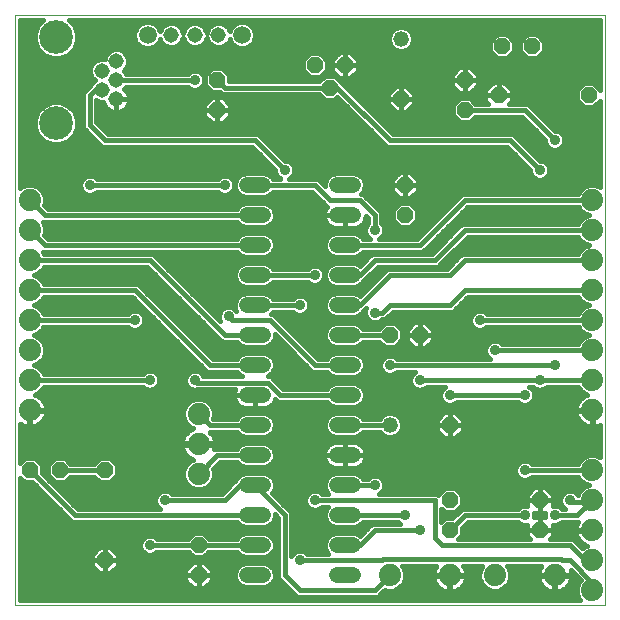
<source format=gbl>
G75*
%MOIN*%
%OFA0B0*%
%FSLAX25Y25*%
%IPPOS*%
%LPD*%
%AMOC8*
5,1,8,0,0,1.08239X$1,22.5*
%
%ADD10C,0.00000*%
%ADD11OC8,0.05200*%
%ADD12C,0.05200*%
%ADD13C,0.05150*%
%ADD14C,0.11220*%
%ADD15C,0.07400*%
%ADD16C,0.05200*%
%ADD17C,0.05937*%
%ADD18C,0.01600*%
%ADD19C,0.03562*%
D10*
X0005060Y0001800D02*
X0005060Y0198650D01*
X0201910Y0198650D01*
X0201910Y0001800D01*
X0005060Y0001800D01*
D11*
X0035060Y0016800D03*
X0035060Y0046800D03*
X0020060Y0046800D03*
X0010060Y0046800D03*
X0066310Y0021800D03*
X0066310Y0011800D03*
X0130060Y0091800D03*
X0140060Y0091800D03*
X0150060Y0061800D03*
X0150060Y0036800D03*
X0150060Y0026800D03*
X0180060Y0026800D03*
X0180060Y0036800D03*
X0135060Y0131800D03*
X0135060Y0141800D03*
X0155060Y0166800D03*
X0155060Y0176800D03*
X0166310Y0171800D03*
X0167560Y0188050D03*
X0177560Y0188050D03*
X0196310Y0171800D03*
X0133810Y0170550D03*
X0115060Y0181800D03*
X0110060Y0174300D03*
X0105060Y0181800D03*
X0072560Y0176800D03*
X0072560Y0166800D03*
D12*
X0133810Y0190550D03*
X0130060Y0061800D03*
D13*
X0038889Y0170501D03*
X0034164Y0173650D03*
X0038889Y0176800D03*
X0034164Y0179950D03*
X0038889Y0183099D03*
X0057186Y0191800D03*
X0065060Y0191800D03*
X0072934Y0191800D03*
D14*
X0018810Y0191170D03*
X0018810Y0162430D03*
D15*
X0010060Y0136800D03*
X0010060Y0126800D03*
X0010060Y0116800D03*
X0010060Y0106800D03*
X0010060Y0096800D03*
X0010060Y0086800D03*
X0010060Y0076800D03*
X0010060Y0066800D03*
X0066310Y0065550D03*
X0066310Y0055550D03*
X0066310Y0045550D03*
X0130060Y0011800D03*
X0150060Y0011800D03*
X0165060Y0011800D03*
X0185060Y0011800D03*
X0197560Y0006800D03*
X0197560Y0016800D03*
X0197560Y0026800D03*
X0197560Y0036800D03*
X0197560Y0046800D03*
X0197560Y0066800D03*
X0197560Y0076800D03*
X0197560Y0086800D03*
X0197560Y0096800D03*
X0197560Y0106800D03*
X0197560Y0116800D03*
X0197560Y0126800D03*
X0197560Y0136800D03*
D16*
X0117660Y0131800D02*
X0112460Y0131800D01*
X0112460Y0121800D02*
X0117660Y0121800D01*
X0117660Y0111800D02*
X0112460Y0111800D01*
X0112460Y0101800D02*
X0117660Y0101800D01*
X0117660Y0091800D02*
X0112460Y0091800D01*
X0112460Y0081800D02*
X0117660Y0081800D01*
X0117660Y0071800D02*
X0112460Y0071800D01*
X0112460Y0061800D02*
X0117660Y0061800D01*
X0117660Y0051800D02*
X0112460Y0051800D01*
X0112460Y0041800D02*
X0117660Y0041800D01*
X0117660Y0031800D02*
X0112460Y0031800D01*
X0112460Y0021800D02*
X0117660Y0021800D01*
X0117660Y0011800D02*
X0112460Y0011800D01*
X0087660Y0011800D02*
X0082460Y0011800D01*
X0082460Y0021800D02*
X0087660Y0021800D01*
X0087660Y0031800D02*
X0082460Y0031800D01*
X0082460Y0041800D02*
X0087660Y0041800D01*
X0087660Y0051800D02*
X0082460Y0051800D01*
X0082460Y0061800D02*
X0087660Y0061800D01*
X0087660Y0071800D02*
X0082460Y0071800D01*
X0082460Y0081800D02*
X0087660Y0081800D01*
X0087660Y0091800D02*
X0082460Y0091800D01*
X0082460Y0101800D02*
X0087660Y0101800D01*
X0087660Y0111800D02*
X0082460Y0111800D01*
X0082460Y0121800D02*
X0087660Y0121800D01*
X0087660Y0131800D02*
X0082460Y0131800D01*
X0082460Y0141800D02*
X0087660Y0141800D01*
X0112460Y0141800D02*
X0117660Y0141800D01*
D17*
X0080808Y0191800D03*
X0049312Y0191800D03*
D18*
X0046108Y0188826D02*
X0025427Y0188826D01*
X0046108Y0188826D01*
X0045609Y0189325D02*
X0044943Y0190931D01*
X0044943Y0192669D01*
X0045609Y0194275D01*
X0046837Y0195503D01*
X0048443Y0196168D01*
X0050181Y0196168D01*
X0051787Y0195503D01*
X0053015Y0194275D01*
X0053462Y0193196D01*
X0053816Y0194052D01*
X0054934Y0195170D01*
X0056395Y0195775D01*
X0057977Y0195775D01*
X0059438Y0195170D01*
X0060556Y0194052D01*
X0061123Y0192682D01*
X0061690Y0194052D01*
X0062808Y0195170D01*
X0064269Y0195775D01*
X0065851Y0195775D01*
X0067312Y0195170D01*
X0068430Y0194052D01*
X0068997Y0192682D01*
X0069564Y0194052D01*
X0070682Y0195170D01*
X0072143Y0195775D01*
X0073725Y0195775D01*
X0075186Y0195170D01*
X0076304Y0194052D01*
X0076658Y0193196D01*
X0077105Y0194275D01*
X0078333Y0195503D01*
X0079939Y0196168D01*
X0081677Y0196168D01*
X0083283Y0195503D01*
X0084511Y0194275D01*
X0085177Y0192669D01*
X0085177Y0190931D01*
X0084511Y0189325D01*
X0083283Y0188097D01*
X0081677Y0187431D01*
X0079939Y0187431D01*
X0078333Y0188097D01*
X0077105Y0189325D01*
X0076658Y0190404D01*
X0076304Y0189548D01*
X0075186Y0188430D01*
X0073725Y0187825D01*
X0072143Y0187825D01*
X0070682Y0188430D01*
X0069564Y0189548D01*
X0068997Y0190918D01*
X0068430Y0189548D01*
X0067312Y0188430D01*
X0065851Y0187825D01*
X0064269Y0187825D01*
X0062808Y0188430D01*
X0061690Y0189548D01*
X0061123Y0190918D01*
X0060556Y0189548D01*
X0059438Y0188430D01*
X0057977Y0187825D01*
X0056395Y0187825D01*
X0054934Y0188430D01*
X0053816Y0189548D01*
X0053462Y0190404D01*
X0053015Y0189325D01*
X0051787Y0188097D01*
X0050181Y0187431D01*
X0048443Y0187431D01*
X0046837Y0188097D01*
X0045609Y0189325D01*
X0046837Y0188097D01*
X0048443Y0187431D01*
X0050181Y0187431D01*
X0051787Y0188097D01*
X0053015Y0189325D01*
X0053462Y0190404D01*
X0053816Y0189548D01*
X0054934Y0188430D01*
X0056395Y0187825D01*
X0057977Y0187825D01*
X0059438Y0188430D01*
X0060556Y0189548D01*
X0061123Y0190918D01*
X0061690Y0189548D01*
X0062808Y0188430D01*
X0064269Y0187825D01*
X0065851Y0187825D01*
X0067312Y0188430D01*
X0068430Y0189548D01*
X0068997Y0190918D01*
X0069564Y0189548D01*
X0070682Y0188430D01*
X0072143Y0187825D01*
X0073725Y0187825D01*
X0075186Y0188430D01*
X0076304Y0189548D01*
X0076658Y0190404D01*
X0077105Y0189325D01*
X0078333Y0188097D01*
X0079939Y0187431D01*
X0081677Y0187431D01*
X0083283Y0188097D01*
X0084511Y0189325D01*
X0085177Y0190931D01*
X0085177Y0192669D01*
X0084511Y0194275D01*
X0083283Y0195503D01*
X0081677Y0196168D01*
X0079939Y0196168D01*
X0078333Y0195503D01*
X0077105Y0194275D01*
X0076658Y0193196D01*
X0076304Y0194052D01*
X0075186Y0195170D01*
X0073725Y0195775D01*
X0072143Y0195775D01*
X0070682Y0195170D01*
X0069564Y0194052D01*
X0068997Y0192682D01*
X0068430Y0194052D01*
X0067312Y0195170D01*
X0065851Y0195775D01*
X0064269Y0195775D01*
X0062808Y0195170D01*
X0061690Y0194052D01*
X0061123Y0192682D01*
X0060556Y0194052D01*
X0059438Y0195170D01*
X0057977Y0195775D01*
X0056395Y0195775D01*
X0054934Y0195170D01*
X0053816Y0194052D01*
X0053462Y0193196D01*
X0053015Y0194275D01*
X0051787Y0195503D01*
X0050181Y0196168D01*
X0048443Y0196168D01*
X0046837Y0195503D01*
X0045609Y0194275D01*
X0044943Y0192669D01*
X0044943Y0190931D01*
X0045609Y0189325D01*
X0045153Y0190424D02*
X0025820Y0190424D01*
X0045153Y0190424D01*
X0044943Y0192023D02*
X0025820Y0192023D01*
X0044943Y0192023D01*
X0045338Y0193621D02*
X0025382Y0193621D01*
X0045338Y0193621D01*
X0046554Y0195220D02*
X0024674Y0195220D01*
X0046554Y0195220D01*
X0052070Y0195220D02*
X0055056Y0195220D01*
X0052070Y0195220D01*
X0053286Y0193621D02*
X0053638Y0193621D01*
X0053286Y0193621D01*
X0052516Y0188826D02*
X0054539Y0188826D01*
X0052516Y0188826D01*
X0059833Y0188826D02*
X0062413Y0188826D01*
X0059833Y0188826D01*
X0060918Y0190424D02*
X0061328Y0190424D01*
X0060918Y0190424D01*
X0060734Y0193621D02*
X0061512Y0193621D01*
X0060734Y0193621D01*
X0059316Y0195220D02*
X0062930Y0195220D01*
X0059316Y0195220D01*
X0067190Y0195220D02*
X0070804Y0195220D01*
X0067190Y0195220D01*
X0068608Y0193621D02*
X0069386Y0193621D01*
X0068608Y0193621D01*
X0068792Y0190424D02*
X0069202Y0190424D01*
X0068792Y0190424D01*
X0067707Y0188826D02*
X0070287Y0188826D01*
X0067707Y0188826D01*
X0075064Y0195220D02*
X0078050Y0195220D01*
X0075064Y0195220D01*
X0076482Y0193621D02*
X0076834Y0193621D01*
X0076482Y0193621D01*
X0075581Y0188826D02*
X0077604Y0188826D01*
X0075581Y0188826D01*
X0074217Y0180800D02*
X0070903Y0180800D01*
X0068560Y0178457D01*
X0068560Y0175143D01*
X0070903Y0172800D01*
X0073449Y0172800D01*
X0074149Y0172100D01*
X0106603Y0172100D01*
X0108403Y0170300D01*
X0111717Y0170300D01*
X0112583Y0171166D01*
X0127860Y0155889D01*
X0129149Y0154600D01*
X0169149Y0154600D01*
X0176879Y0146870D01*
X0176879Y0146167D01*
X0177363Y0144998D01*
X0178258Y0144103D01*
X0179427Y0143619D01*
X0180693Y0143619D01*
X0181862Y0144103D01*
X0182757Y0144998D01*
X0183241Y0146167D01*
X0183241Y0147433D01*
X0182757Y0148602D01*
X0181862Y0149497D01*
X0180693Y0149981D01*
X0179990Y0149981D01*
X0172260Y0157711D01*
X0172260Y0157711D01*
X0172260Y0157711D01*
X0179990Y0149981D01*
X0180693Y0149981D01*
X0181862Y0149497D01*
X0182757Y0148602D01*
X0183241Y0147433D01*
X0183241Y0146167D01*
X0182757Y0144998D01*
X0181862Y0144103D01*
X0180693Y0143619D01*
X0179427Y0143619D01*
X0178258Y0144103D01*
X0177363Y0144998D01*
X0176879Y0146167D01*
X0176879Y0146870D01*
X0169149Y0154600D01*
X0129149Y0154600D01*
X0127860Y0155889D01*
X0112583Y0171166D01*
X0111717Y0170300D01*
X0108403Y0170300D01*
X0106603Y0172100D01*
X0074149Y0172100D01*
X0073449Y0172800D01*
X0070903Y0172800D01*
X0068560Y0175143D01*
X0068560Y0178457D01*
X0070903Y0180800D01*
X0074217Y0180800D01*
X0076560Y0178457D01*
X0076560Y0176500D01*
X0106603Y0176500D01*
X0108403Y0178300D01*
X0111717Y0178300D01*
X0114060Y0175957D01*
X0114060Y0175911D01*
X0130971Y0159000D01*
X0170971Y0159000D01*
X0172260Y0157711D01*
X0170971Y0159000D01*
X0130971Y0159000D01*
X0114060Y0175911D01*
X0114060Y0175957D01*
X0111717Y0178300D01*
X0108403Y0178300D01*
X0106603Y0176500D01*
X0076560Y0176500D01*
X0076560Y0178457D01*
X0074217Y0180800D01*
X0075782Y0179235D02*
X0101968Y0179235D01*
X0075782Y0179235D01*
X0076560Y0177636D02*
X0107739Y0177636D01*
X0076560Y0177636D01*
X0075060Y0174300D02*
X0072560Y0176800D01*
X0075060Y0174300D02*
X0110060Y0174300D01*
X0112560Y0174300D01*
X0130060Y0156800D01*
X0170060Y0156800D01*
X0180060Y0146800D01*
X0183033Y0145666D02*
X0200060Y0145666D01*
X0183033Y0145666D01*
X0183241Y0147265D02*
X0200060Y0147265D01*
X0183241Y0147265D01*
X0182496Y0148863D02*
X0200060Y0148863D01*
X0182496Y0148863D01*
X0179510Y0150462D02*
X0200060Y0150462D01*
X0179510Y0150462D01*
X0177911Y0152060D02*
X0200060Y0152060D01*
X0177911Y0152060D01*
X0176313Y0153659D02*
X0184331Y0153659D01*
X0176313Y0153659D01*
X0174714Y0155257D02*
X0182256Y0155257D01*
X0174714Y0155257D01*
X0173116Y0156856D02*
X0181879Y0156856D01*
X0173116Y0156856D01*
X0171517Y0158454D02*
X0180295Y0158454D01*
X0171517Y0158454D01*
X0170090Y0153659D02*
X0091313Y0153659D01*
X0170090Y0153659D01*
X0171689Y0152060D02*
X0092911Y0152060D01*
X0171689Y0152060D01*
X0173287Y0150462D02*
X0094510Y0150462D01*
X0173287Y0150462D01*
X0174886Y0148863D02*
X0097496Y0148863D01*
X0174886Y0148863D01*
X0176484Y0147265D02*
X0098241Y0147265D01*
X0176484Y0147265D01*
X0177086Y0145666D02*
X0137416Y0145666D01*
X0177086Y0145666D01*
X0178344Y0144068D02*
X0139015Y0144068D01*
X0178344Y0144068D01*
X0181776Y0144068D02*
X0200060Y0144068D01*
X0181776Y0144068D01*
X0184427Y0153619D02*
X0183258Y0154103D01*
X0182363Y0154998D01*
X0181879Y0156167D01*
X0181879Y0156870D01*
X0174149Y0164600D01*
X0158517Y0164600D01*
X0156717Y0162800D01*
X0153403Y0162800D01*
X0151060Y0165143D01*
X0151060Y0168457D01*
X0153403Y0170800D01*
X0156717Y0170800D01*
X0158517Y0169000D01*
X0162887Y0169000D01*
X0161910Y0169977D01*
X0161910Y0171800D01*
X0166310Y0171800D01*
X0170710Y0171800D01*
X0170710Y0173623D01*
X0168133Y0176200D01*
X0166310Y0176200D01*
X0166310Y0171800D01*
X0166310Y0171800D01*
X0170710Y0171800D01*
X0170710Y0173623D01*
X0168133Y0176200D01*
X0166310Y0176200D01*
X0166310Y0171800D01*
X0166310Y0171800D01*
X0166310Y0171800D01*
X0170710Y0171800D01*
X0170710Y0169977D01*
X0169732Y0169000D01*
X0175971Y0169000D01*
X0184990Y0159981D01*
X0185693Y0159981D01*
X0186862Y0159497D01*
X0187757Y0158602D01*
X0188241Y0157433D01*
X0188241Y0156167D01*
X0187757Y0154998D01*
X0186862Y0154103D01*
X0185693Y0153619D01*
X0184427Y0153619D01*
X0185693Y0153619D01*
X0186862Y0154103D01*
X0187757Y0154998D01*
X0188241Y0156167D01*
X0188241Y0157433D01*
X0187757Y0158602D01*
X0186862Y0159497D01*
X0185693Y0159981D01*
X0184990Y0159981D01*
X0175971Y0169000D01*
X0169732Y0169000D01*
X0170710Y0169977D01*
X0170710Y0171800D01*
X0166310Y0171800D01*
X0166310Y0171800D01*
X0166310Y0171800D01*
X0166310Y0176200D01*
X0164487Y0176200D01*
X0161910Y0173623D01*
X0161910Y0171800D01*
X0166310Y0171800D01*
X0166310Y0171800D01*
X0166310Y0176200D01*
X0164487Y0176200D01*
X0161910Y0173623D01*
X0161910Y0171800D01*
X0166310Y0171800D01*
X0161910Y0171800D01*
X0161910Y0169977D01*
X0162887Y0169000D01*
X0158517Y0169000D01*
X0156717Y0170800D01*
X0153403Y0170800D01*
X0151060Y0168457D01*
X0151060Y0165143D01*
X0153403Y0162800D01*
X0156717Y0162800D01*
X0158517Y0164600D01*
X0174149Y0164600D01*
X0181879Y0156870D01*
X0181879Y0156167D01*
X0182363Y0154998D01*
X0183258Y0154103D01*
X0184427Y0153619D01*
X0185789Y0153659D02*
X0200060Y0153659D01*
X0185789Y0153659D01*
X0187864Y0155257D02*
X0200060Y0155257D01*
X0187864Y0155257D01*
X0188241Y0156856D02*
X0200060Y0156856D01*
X0188241Y0156856D01*
X0187818Y0158454D02*
X0200060Y0158454D01*
X0187818Y0158454D01*
X0185060Y0156800D02*
X0175060Y0166800D01*
X0155060Y0166800D01*
X0157873Y0169644D02*
X0162244Y0169644D01*
X0157873Y0169644D01*
X0156883Y0172400D02*
X0155060Y0172400D01*
X0155060Y0176800D01*
X0159460Y0176800D01*
X0159460Y0178623D01*
X0156883Y0181200D01*
X0155060Y0181200D01*
X0155060Y0176800D01*
X0155060Y0176800D01*
X0159460Y0176800D01*
X0159460Y0178623D01*
X0156883Y0181200D01*
X0155060Y0181200D01*
X0155060Y0176800D01*
X0155060Y0176800D01*
X0155060Y0176800D01*
X0159460Y0176800D01*
X0159460Y0174977D01*
X0156883Y0172400D01*
X0159460Y0174977D01*
X0159460Y0176800D01*
X0155060Y0176800D01*
X0155060Y0176800D01*
X0155060Y0176800D01*
X0155060Y0172400D01*
X0156883Y0172400D01*
X0157323Y0172841D02*
X0161910Y0172841D01*
X0157323Y0172841D01*
X0158922Y0174439D02*
X0162727Y0174439D01*
X0158922Y0174439D01*
X0159460Y0176038D02*
X0164325Y0176038D01*
X0159460Y0176038D01*
X0159460Y0177636D02*
X0200060Y0177636D01*
X0159460Y0177636D01*
X0158848Y0179235D02*
X0200060Y0179235D01*
X0158848Y0179235D01*
X0157249Y0180833D02*
X0200060Y0180833D01*
X0157249Y0180833D01*
X0155060Y0180833D02*
X0155060Y0180833D01*
X0155060Y0180833D01*
X0155060Y0181200D02*
X0153237Y0181200D01*
X0150660Y0178623D01*
X0150660Y0176800D01*
X0155060Y0176800D01*
X0155060Y0176800D01*
X0155060Y0176800D01*
X0155060Y0181200D01*
X0153237Y0181200D01*
X0150660Y0178623D01*
X0150660Y0176800D01*
X0155060Y0176800D01*
X0155060Y0176800D01*
X0155060Y0181200D01*
X0155060Y0179235D02*
X0155060Y0179235D01*
X0155060Y0179235D01*
X0155060Y0177636D02*
X0155060Y0177636D01*
X0155060Y0177636D01*
X0155060Y0176800D02*
X0150660Y0176800D01*
X0150660Y0174977D01*
X0153237Y0172400D01*
X0155060Y0172400D01*
X0155060Y0176800D01*
X0150660Y0176800D01*
X0150660Y0174977D01*
X0153237Y0172400D01*
X0155060Y0172400D01*
X0155060Y0176800D01*
X0155060Y0176038D02*
X0155060Y0176038D01*
X0155060Y0176038D01*
X0155060Y0174439D02*
X0155060Y0174439D01*
X0155060Y0174439D01*
X0155060Y0172841D02*
X0155060Y0172841D01*
X0155060Y0172841D01*
X0152797Y0172841D02*
X0137742Y0172841D01*
X0152797Y0172841D01*
X0151198Y0174439D02*
X0136143Y0174439D01*
X0151198Y0174439D01*
X0150660Y0176038D02*
X0113979Y0176038D01*
X0150660Y0176038D01*
X0150660Y0177636D02*
X0117119Y0177636D01*
X0150660Y0177636D01*
X0151272Y0179235D02*
X0118717Y0179235D01*
X0151272Y0179235D01*
X0152871Y0180833D02*
X0119460Y0180833D01*
X0152871Y0180833D01*
X0163560Y0186393D02*
X0165903Y0184050D01*
X0169217Y0184050D01*
X0171560Y0186393D01*
X0171560Y0189707D01*
X0169217Y0192050D01*
X0165903Y0192050D01*
X0163560Y0189707D01*
X0163560Y0186393D01*
X0165903Y0184050D01*
X0169217Y0184050D01*
X0171560Y0186393D01*
X0171560Y0189707D01*
X0169217Y0192050D01*
X0165903Y0192050D01*
X0163560Y0189707D01*
X0163560Y0186393D01*
X0163560Y0187227D02*
X0136144Y0187227D01*
X0163560Y0187227D01*
X0163560Y0188826D02*
X0137425Y0188826D01*
X0163560Y0188826D01*
X0164277Y0190424D02*
X0137810Y0190424D01*
X0164277Y0190424D01*
X0165876Y0192023D02*
X0137529Y0192023D01*
X0165876Y0192023D01*
X0169244Y0192023D02*
X0175876Y0192023D01*
X0169244Y0192023D01*
X0170842Y0190424D02*
X0174277Y0190424D01*
X0170842Y0190424D01*
X0171560Y0188826D02*
X0173560Y0188826D01*
X0171560Y0188826D01*
X0171560Y0187227D02*
X0173560Y0187227D01*
X0171560Y0187227D01*
X0170796Y0185629D02*
X0174324Y0185629D01*
X0170796Y0185629D01*
X0173560Y0186393D02*
X0173560Y0189707D01*
X0175903Y0192050D01*
X0179217Y0192050D01*
X0181560Y0189707D01*
X0181560Y0186393D01*
X0179217Y0184050D01*
X0175903Y0184050D01*
X0173560Y0186393D01*
X0175903Y0184050D01*
X0179217Y0184050D01*
X0181560Y0186393D01*
X0181560Y0189707D01*
X0179217Y0192050D01*
X0175903Y0192050D01*
X0173560Y0189707D01*
X0173560Y0186393D01*
X0180796Y0185629D02*
X0200060Y0185629D01*
X0180796Y0185629D01*
X0181560Y0187227D02*
X0200060Y0187227D01*
X0181560Y0187227D01*
X0181560Y0188826D02*
X0200060Y0188826D01*
X0181560Y0188826D01*
X0180842Y0190424D02*
X0200060Y0190424D01*
X0180842Y0190424D01*
X0179244Y0192023D02*
X0200060Y0192023D01*
X0179244Y0192023D01*
X0164324Y0185629D02*
X0117454Y0185629D01*
X0164324Y0185629D01*
X0166310Y0176038D02*
X0166310Y0176038D01*
X0166310Y0176038D01*
X0166310Y0174439D02*
X0166310Y0174439D01*
X0166310Y0174439D01*
X0166310Y0172841D02*
X0166310Y0172841D01*
X0166310Y0172841D01*
X0168295Y0176038D02*
X0200060Y0176038D01*
X0168295Y0176038D01*
X0169893Y0174439D02*
X0193292Y0174439D01*
X0169893Y0174439D01*
X0170710Y0172841D02*
X0192310Y0172841D01*
X0170710Y0172841D01*
X0170710Y0171242D02*
X0192310Y0171242D01*
X0170710Y0171242D01*
X0170376Y0169644D02*
X0192809Y0169644D01*
X0170376Y0169644D01*
X0176926Y0168045D02*
X0194408Y0168045D01*
X0176926Y0168045D01*
X0178525Y0166447D02*
X0200060Y0166447D01*
X0178525Y0166447D01*
X0180123Y0164848D02*
X0200060Y0164848D01*
X0180123Y0164848D01*
X0181722Y0163250D02*
X0200060Y0163250D01*
X0181722Y0163250D01*
X0183320Y0161651D02*
X0200060Y0161651D01*
X0183320Y0161651D01*
X0184919Y0160053D02*
X0200060Y0160053D01*
X0184919Y0160053D01*
X0178696Y0160053D02*
X0129919Y0160053D01*
X0178696Y0160053D01*
X0177098Y0161651D02*
X0128320Y0161651D01*
X0177098Y0161651D01*
X0175499Y0163250D02*
X0157166Y0163250D01*
X0175499Y0163250D01*
X0161910Y0171242D02*
X0138210Y0171242D01*
X0161910Y0171242D01*
X0152953Y0163250D02*
X0126722Y0163250D01*
X0152953Y0163250D01*
X0151355Y0164848D02*
X0125123Y0164848D01*
X0151355Y0164848D01*
X0151060Y0166447D02*
X0135929Y0166447D01*
X0151060Y0166447D01*
X0151060Y0168045D02*
X0137528Y0168045D01*
X0151060Y0168045D01*
X0152247Y0169644D02*
X0138210Y0169644D01*
X0152247Y0169644D01*
X0138210Y0168727D02*
X0138210Y0170550D01*
X0138210Y0172373D01*
X0135633Y0174950D01*
X0133810Y0174950D01*
X0133810Y0170550D01*
X0138210Y0170550D01*
X0138210Y0172373D01*
X0135633Y0174950D01*
X0133810Y0174950D01*
X0133810Y0170550D01*
X0133810Y0170550D01*
X0138210Y0170550D01*
X0133810Y0170550D01*
X0133810Y0170550D01*
X0133810Y0170550D01*
X0133810Y0170550D01*
X0138210Y0170550D01*
X0138210Y0168727D01*
X0135633Y0166150D01*
X0133810Y0166150D01*
X0133810Y0170550D01*
X0133810Y0170550D01*
X0133810Y0166150D01*
X0135633Y0166150D01*
X0138210Y0168727D01*
X0133810Y0168045D02*
X0133810Y0168045D01*
X0133810Y0168045D01*
X0133810Y0166447D02*
X0133810Y0166447D01*
X0133810Y0166447D01*
X0133810Y0166150D02*
X0133810Y0170550D01*
X0133810Y0170550D01*
X0133810Y0170550D01*
X0129410Y0170550D01*
X0129410Y0172373D01*
X0131987Y0174950D01*
X0133810Y0174950D01*
X0133810Y0170550D01*
X0133810Y0170550D01*
X0129410Y0170550D01*
X0129410Y0172373D01*
X0131987Y0174950D01*
X0133810Y0174950D01*
X0133810Y0170550D01*
X0129410Y0170550D01*
X0129410Y0168727D01*
X0131987Y0166150D01*
X0133810Y0166150D01*
X0133810Y0170550D01*
X0129410Y0170550D01*
X0129410Y0168727D01*
X0131987Y0166150D01*
X0133810Y0166150D01*
X0131691Y0166447D02*
X0123525Y0166447D01*
X0131691Y0166447D01*
X0130092Y0168045D02*
X0121926Y0168045D01*
X0130092Y0168045D01*
X0129410Y0169644D02*
X0120328Y0169644D01*
X0129410Y0169644D01*
X0129410Y0171242D02*
X0118729Y0171242D01*
X0129410Y0171242D01*
X0129878Y0172841D02*
X0117131Y0172841D01*
X0129878Y0172841D01*
X0131477Y0174439D02*
X0115532Y0174439D01*
X0131477Y0174439D01*
X0133810Y0174439D02*
X0133810Y0174439D01*
X0133810Y0174439D01*
X0133810Y0172841D02*
X0133810Y0172841D01*
X0133810Y0172841D01*
X0133810Y0171242D02*
X0133810Y0171242D01*
X0133810Y0171242D01*
X0133810Y0169644D02*
X0133810Y0169644D01*
X0133810Y0169644D01*
X0123696Y0160053D02*
X0034919Y0160053D01*
X0123696Y0160053D01*
X0122098Y0161651D02*
X0033320Y0161651D01*
X0122098Y0161651D01*
X0120499Y0163250D02*
X0075232Y0163250D01*
X0120499Y0163250D01*
X0118901Y0164848D02*
X0076831Y0164848D01*
X0118901Y0164848D01*
X0117302Y0166447D02*
X0076960Y0166447D01*
X0117302Y0166447D01*
X0115704Y0168045D02*
X0076960Y0168045D01*
X0115704Y0168045D01*
X0114105Y0169644D02*
X0075939Y0169644D01*
X0114105Y0169644D01*
X0107461Y0171242D02*
X0043201Y0171242D01*
X0107461Y0171242D01*
X0106717Y0177800D02*
X0103403Y0177800D01*
X0101060Y0180143D01*
X0101060Y0183457D01*
X0103403Y0185800D01*
X0106717Y0185800D01*
X0109060Y0183457D01*
X0109060Y0180143D01*
X0106717Y0177800D01*
X0109060Y0180143D01*
X0109060Y0183457D01*
X0106717Y0185800D01*
X0103403Y0185800D01*
X0101060Y0183457D01*
X0101060Y0180143D01*
X0103403Y0177800D01*
X0106717Y0177800D01*
X0108152Y0179235D02*
X0111403Y0179235D01*
X0108152Y0179235D01*
X0109060Y0180833D02*
X0110660Y0180833D01*
X0109060Y0180833D01*
X0109060Y0182432D02*
X0110660Y0182432D01*
X0109060Y0182432D01*
X0108487Y0184030D02*
X0111068Y0184030D01*
X0108487Y0184030D01*
X0110660Y0183623D02*
X0110660Y0181800D01*
X0115060Y0181800D01*
X0119460Y0181800D01*
X0119460Y0183623D01*
X0116883Y0186200D01*
X0115060Y0186200D01*
X0115060Y0181800D01*
X0115060Y0181800D01*
X0119460Y0181800D01*
X0119460Y0183623D01*
X0116883Y0186200D01*
X0115060Y0186200D01*
X0115060Y0181800D01*
X0115060Y0181800D01*
X0119460Y0181800D01*
X0119460Y0179977D01*
X0116883Y0177400D01*
X0115060Y0177400D01*
X0115060Y0181800D01*
X0115060Y0181800D01*
X0119460Y0181800D01*
X0119460Y0179977D01*
X0116883Y0177400D01*
X0115060Y0177400D01*
X0115060Y0181800D01*
X0115060Y0181800D01*
X0115060Y0181800D01*
X0115060Y0181800D01*
X0115060Y0181800D01*
X0115060Y0186200D01*
X0113237Y0186200D01*
X0110660Y0183623D01*
X0110660Y0181800D01*
X0115060Y0181800D01*
X0115060Y0181800D01*
X0115060Y0186200D01*
X0113237Y0186200D01*
X0110660Y0183623D01*
X0110660Y0181800D02*
X0110660Y0179977D01*
X0113237Y0177400D01*
X0115060Y0177400D01*
X0115060Y0181800D01*
X0110660Y0181800D01*
X0110660Y0179977D01*
X0113237Y0177400D01*
X0115060Y0177400D01*
X0115060Y0181800D01*
X0110660Y0181800D01*
X0112666Y0185629D02*
X0106888Y0185629D01*
X0112666Y0185629D01*
X0115060Y0185629D02*
X0115060Y0185629D01*
X0115060Y0185629D01*
X0115060Y0184030D02*
X0115060Y0184030D01*
X0115060Y0184030D01*
X0115060Y0182432D02*
X0115060Y0182432D01*
X0115060Y0182432D01*
X0115060Y0180833D02*
X0115060Y0180833D01*
X0115060Y0180833D01*
X0115060Y0179235D02*
X0115060Y0179235D01*
X0115060Y0179235D01*
X0115060Y0177636D02*
X0115060Y0177636D01*
X0115060Y0177636D01*
X0113001Y0177636D02*
X0112381Y0177636D01*
X0113001Y0177636D01*
X0119460Y0182432D02*
X0200060Y0182432D01*
X0119460Y0182432D01*
X0119052Y0184030D02*
X0200060Y0184030D01*
X0119052Y0184030D01*
X0130195Y0188826D02*
X0084012Y0188826D01*
X0130195Y0188826D01*
X0130419Y0188284D02*
X0129810Y0189754D01*
X0129810Y0191346D01*
X0130419Y0192816D01*
X0131544Y0193941D01*
X0133014Y0194550D01*
X0134606Y0194550D01*
X0136076Y0193941D01*
X0137201Y0192816D01*
X0137810Y0191346D01*
X0137810Y0189754D01*
X0137201Y0188284D01*
X0136076Y0187159D01*
X0134606Y0186550D01*
X0133014Y0186550D01*
X0131544Y0187159D01*
X0130419Y0188284D01*
X0131544Y0187159D01*
X0133014Y0186550D01*
X0134606Y0186550D01*
X0136076Y0187159D01*
X0137201Y0188284D01*
X0137810Y0189754D01*
X0137810Y0191346D01*
X0137201Y0192816D01*
X0136076Y0193941D01*
X0134606Y0194550D01*
X0133014Y0194550D01*
X0131544Y0193941D01*
X0130419Y0192816D01*
X0129810Y0191346D01*
X0129810Y0189754D01*
X0130419Y0188284D01*
X0131476Y0187227D02*
X0024765Y0187227D01*
X0131476Y0187227D01*
X0129810Y0190424D02*
X0084967Y0190424D01*
X0129810Y0190424D01*
X0130091Y0192023D02*
X0085177Y0192023D01*
X0130091Y0192023D01*
X0131224Y0193621D02*
X0084782Y0193621D01*
X0131224Y0193621D01*
X0136395Y0193621D02*
X0200060Y0193621D01*
X0136395Y0193621D01*
X0103232Y0185629D02*
X0041980Y0185629D01*
X0103232Y0185629D01*
X0101633Y0184030D02*
X0042805Y0184030D01*
X0101633Y0184030D01*
X0101060Y0182432D02*
X0042864Y0182432D01*
X0101060Y0182432D01*
X0101060Y0180833D02*
X0042244Y0180833D01*
X0101060Y0180833D01*
X0083566Y0195220D02*
X0200060Y0195220D01*
X0083566Y0195220D01*
X0069338Y0179235D02*
X0067124Y0179235D01*
X0069338Y0179235D01*
X0067757Y0178602D02*
X0068241Y0177433D01*
X0068241Y0176167D01*
X0067757Y0174998D01*
X0066862Y0174103D01*
X0065693Y0173619D01*
X0064427Y0173619D01*
X0063258Y0174103D01*
X0062761Y0174600D01*
X0042280Y0174600D01*
X0042258Y0174548D01*
X0041628Y0173918D01*
X0041739Y0173838D01*
X0042226Y0173351D01*
X0042630Y0172794D01*
X0042943Y0172180D01*
X0043156Y0171525D01*
X0043264Y0170845D01*
X0043264Y0170501D01*
X0038889Y0170501D01*
X0038889Y0170501D01*
X0043264Y0170501D01*
X0043264Y0170845D01*
X0043156Y0171525D01*
X0042943Y0172180D01*
X0042630Y0172794D01*
X0042226Y0173351D01*
X0041739Y0173838D01*
X0041628Y0173918D01*
X0042258Y0174548D01*
X0042280Y0174600D01*
X0062761Y0174600D01*
X0063258Y0174103D01*
X0064427Y0173619D01*
X0065693Y0173619D01*
X0066862Y0174103D01*
X0067757Y0174998D01*
X0068241Y0176167D01*
X0068241Y0177433D01*
X0067757Y0178602D01*
X0066862Y0179497D01*
X0065693Y0179981D01*
X0064427Y0179981D01*
X0063258Y0179497D01*
X0062761Y0179000D01*
X0042280Y0179000D01*
X0042258Y0179052D01*
X0041360Y0179950D01*
X0042258Y0180848D01*
X0042864Y0182309D01*
X0042864Y0183890D01*
X0042258Y0185351D01*
X0041140Y0186469D01*
X0039679Y0187074D01*
X0038098Y0187074D01*
X0036637Y0186469D01*
X0035519Y0185351D01*
X0034928Y0183924D01*
X0033374Y0183924D01*
X0031913Y0183319D01*
X0030795Y0182201D01*
X0030190Y0180740D01*
X0030190Y0179159D01*
X0030795Y0177698D01*
X0031693Y0176800D01*
X0030795Y0175902D01*
X0030614Y0175465D01*
X0029710Y0174562D01*
X0029149Y0174000D01*
X0027860Y0172711D01*
X0027860Y0160889D01*
X0029149Y0159600D01*
X0034149Y0154600D01*
X0084149Y0154600D01*
X0091879Y0146870D01*
X0091879Y0146167D01*
X0092363Y0144998D01*
X0093258Y0144103D01*
X0093507Y0144000D01*
X0091078Y0144000D01*
X0091051Y0144066D01*
X0089926Y0145191D01*
X0088456Y0145800D01*
X0081664Y0145800D01*
X0080194Y0145191D01*
X0079069Y0144066D01*
X0078460Y0142596D01*
X0078460Y0141004D01*
X0079069Y0139534D01*
X0080194Y0138409D01*
X0081664Y0137800D01*
X0088456Y0137800D01*
X0089926Y0138409D01*
X0091051Y0139534D01*
X0091078Y0139600D01*
X0104149Y0139600D01*
X0107860Y0135889D01*
X0109095Y0134654D01*
X0108697Y0134106D01*
X0108382Y0133489D01*
X0108168Y0132830D01*
X0108060Y0132146D01*
X0108060Y0131800D01*
X0115060Y0131800D01*
X0115060Y0127400D01*
X0118006Y0127400D01*
X0118690Y0127508D01*
X0119349Y0127722D01*
X0119966Y0128037D01*
X0120526Y0128444D01*
X0121016Y0128934D01*
X0121423Y0129494D01*
X0121738Y0130111D01*
X0121952Y0130770D01*
X0122060Y0131454D01*
X0122060Y0131689D01*
X0122860Y0130889D01*
X0122860Y0129099D01*
X0122363Y0128602D01*
X0121879Y0127433D01*
X0121879Y0126167D01*
X0122363Y0124998D01*
X0123258Y0124103D01*
X0123507Y0124000D01*
X0121078Y0124000D01*
X0121051Y0124066D01*
X0119926Y0125191D01*
X0118456Y0125800D01*
X0111664Y0125800D01*
X0110194Y0125191D01*
X0109069Y0124066D01*
X0108460Y0122596D01*
X0108460Y0121004D01*
X0109069Y0119534D01*
X0110194Y0118409D01*
X0111664Y0117800D01*
X0118456Y0117800D01*
X0119926Y0118409D01*
X0121051Y0119534D01*
X0121078Y0119600D01*
X0140971Y0119600D01*
X0155971Y0134600D01*
X0192951Y0134600D01*
X0193236Y0133911D01*
X0194671Y0132476D01*
X0196304Y0131800D01*
X0194671Y0131124D01*
X0193236Y0129689D01*
X0192951Y0129000D01*
X0154149Y0129000D01*
X0152860Y0127711D01*
X0144149Y0119000D01*
X0124149Y0119000D01*
X0122860Y0117711D01*
X0120133Y0114984D01*
X0119926Y0115191D01*
X0118456Y0115800D01*
X0111664Y0115800D01*
X0110194Y0115191D01*
X0109069Y0114066D01*
X0108460Y0112596D01*
X0108460Y0111004D01*
X0109069Y0109534D01*
X0110194Y0108409D01*
X0111664Y0107800D01*
X0118456Y0107800D01*
X0119926Y0108409D01*
X0121051Y0109534D01*
X0121154Y0109783D01*
X0125971Y0114600D01*
X0145971Y0114600D01*
X0147260Y0115889D01*
X0155971Y0124600D01*
X0192951Y0124600D01*
X0193236Y0123911D01*
X0194671Y0122476D01*
X0196304Y0121800D01*
X0194671Y0121124D01*
X0193236Y0119689D01*
X0192951Y0119000D01*
X0154149Y0119000D01*
X0152860Y0117711D01*
X0149149Y0114000D01*
X0129149Y0114000D01*
X0120133Y0104984D01*
X0119926Y0105191D01*
X0118456Y0105800D01*
X0111664Y0105800D01*
X0110194Y0105191D01*
X0109069Y0104066D01*
X0108460Y0102596D01*
X0108460Y0101004D01*
X0109069Y0099534D01*
X0110194Y0098409D01*
X0111664Y0097800D01*
X0118456Y0097800D01*
X0119926Y0098409D01*
X0121051Y0099534D01*
X0121154Y0099783D01*
X0122285Y0100914D01*
X0121879Y0099933D01*
X0121879Y0098667D01*
X0122363Y0097498D01*
X0123258Y0096603D01*
X0124427Y0096119D01*
X0125693Y0096119D01*
X0126862Y0096603D01*
X0127359Y0097100D01*
X0128471Y0097100D01*
X0130971Y0099600D01*
X0150971Y0099600D01*
X0155971Y0104600D01*
X0192951Y0104600D01*
X0193236Y0103911D01*
X0194671Y0102476D01*
X0196304Y0101800D01*
X0194671Y0101124D01*
X0193236Y0099689D01*
X0192951Y0099000D01*
X0162359Y0099000D01*
X0161862Y0099497D01*
X0160693Y0099981D01*
X0159427Y0099981D01*
X0158258Y0099497D01*
X0157363Y0098602D01*
X0156879Y0097433D01*
X0156879Y0096167D01*
X0157363Y0094998D01*
X0158258Y0094103D01*
X0159427Y0093619D01*
X0160693Y0093619D01*
X0161862Y0094103D01*
X0162359Y0094600D01*
X0192951Y0094600D01*
X0193236Y0093911D01*
X0194671Y0092476D01*
X0196304Y0091800D01*
X0194671Y0091124D01*
X0193236Y0089689D01*
X0192951Y0089000D01*
X0167359Y0089000D01*
X0166862Y0089497D01*
X0165693Y0089981D01*
X0164427Y0089981D01*
X0163258Y0089497D01*
X0162363Y0088602D01*
X0161879Y0087433D01*
X0161879Y0086167D01*
X0162363Y0084998D01*
X0163258Y0084103D01*
X0163507Y0084000D01*
X0132359Y0084000D01*
X0131862Y0084497D01*
X0130693Y0084981D01*
X0129427Y0084981D01*
X0128258Y0084497D01*
X0127363Y0083602D01*
X0126879Y0082433D01*
X0126879Y0081167D01*
X0127363Y0079998D01*
X0128258Y0079103D01*
X0129427Y0078619D01*
X0130693Y0078619D01*
X0131862Y0079103D01*
X0132359Y0079600D01*
X0138507Y0079600D01*
X0138258Y0079497D01*
X0137363Y0078602D01*
X0136879Y0077433D01*
X0136879Y0076167D01*
X0137363Y0074998D01*
X0138258Y0074103D01*
X0139427Y0073619D01*
X0140693Y0073619D01*
X0141862Y0074103D01*
X0142359Y0074600D01*
X0148507Y0074600D01*
X0148258Y0074497D01*
X0147363Y0073602D01*
X0146879Y0072433D01*
X0146879Y0071167D01*
X0147363Y0069998D01*
X0148258Y0069103D01*
X0149427Y0068619D01*
X0150693Y0068619D01*
X0151862Y0069103D01*
X0152359Y0069600D01*
X0172761Y0069600D01*
X0173258Y0069103D01*
X0174427Y0068619D01*
X0175693Y0068619D01*
X0176862Y0069103D01*
X0177757Y0069998D01*
X0178241Y0071167D01*
X0178241Y0072433D01*
X0177757Y0073602D01*
X0176862Y0074497D01*
X0176613Y0074600D01*
X0177761Y0074600D01*
X0178258Y0074103D01*
X0179427Y0073619D01*
X0180693Y0073619D01*
X0181862Y0074103D01*
X0182359Y0074600D01*
X0192951Y0074600D01*
X0193236Y0073911D01*
X0194671Y0072476D01*
X0195797Y0072010D01*
X0195449Y0071897D01*
X0194677Y0071504D01*
X0193977Y0070995D01*
X0193365Y0070383D01*
X0192856Y0069683D01*
X0192463Y0068911D01*
X0192195Y0068088D01*
X0192060Y0067233D01*
X0192060Y0067000D01*
X0197360Y0067000D01*
X0197360Y0066600D01*
X0197760Y0066600D01*
X0197760Y0061300D01*
X0197993Y0061300D01*
X0198848Y0061435D01*
X0199671Y0061703D01*
X0200060Y0061901D01*
X0200060Y0051285D01*
X0198574Y0051900D01*
X0196546Y0051900D01*
X0194671Y0051124D01*
X0193236Y0049689D01*
X0192951Y0049000D01*
X0177359Y0049000D01*
X0176862Y0049497D01*
X0175693Y0049981D01*
X0174427Y0049981D01*
X0173258Y0049497D01*
X0172363Y0048602D01*
X0171879Y0047433D01*
X0171879Y0046167D01*
X0172363Y0044998D01*
X0173258Y0044103D01*
X0174427Y0043619D01*
X0175693Y0043619D01*
X0176862Y0044103D01*
X0177359Y0044600D01*
X0192951Y0044600D01*
X0193236Y0043911D01*
X0194671Y0042476D01*
X0196304Y0041800D01*
X0194671Y0041124D01*
X0193236Y0039689D01*
X0192771Y0038566D01*
X0192757Y0038602D01*
X0191862Y0039497D01*
X0190693Y0039981D01*
X0189427Y0039981D01*
X0188258Y0039497D01*
X0187363Y0038602D01*
X0186879Y0037433D01*
X0186879Y0036167D01*
X0187363Y0034998D01*
X0188258Y0034103D01*
X0188507Y0034000D01*
X0187359Y0034000D01*
X0186862Y0034497D01*
X0185693Y0034981D01*
X0184460Y0034981D01*
X0184460Y0036800D01*
X0184460Y0038623D01*
X0181883Y0041200D01*
X0180060Y0041200D01*
X0180060Y0036800D01*
X0184460Y0036800D01*
X0184460Y0038623D01*
X0181883Y0041200D01*
X0180060Y0041200D01*
X0180060Y0036800D01*
X0180060Y0036800D01*
X0184460Y0036800D01*
X0180060Y0036800D01*
X0180060Y0036800D01*
X0180060Y0036800D01*
X0180060Y0036800D01*
X0184460Y0036800D01*
X0184460Y0034981D01*
X0185693Y0034981D01*
X0186862Y0034497D01*
X0187359Y0034000D01*
X0188507Y0034000D01*
X0188258Y0034103D01*
X0187363Y0034998D01*
X0186879Y0036167D01*
X0186879Y0037433D01*
X0187363Y0038602D01*
X0188258Y0039497D01*
X0189427Y0039981D01*
X0190693Y0039981D01*
X0191862Y0039497D01*
X0192757Y0038602D01*
X0192771Y0038566D01*
X0193236Y0039689D01*
X0194671Y0041124D01*
X0196304Y0041800D01*
X0194671Y0042476D01*
X0193236Y0043911D01*
X0192951Y0044600D01*
X0177359Y0044600D01*
X0176862Y0044103D01*
X0175693Y0043619D01*
X0174427Y0043619D01*
X0173258Y0044103D01*
X0172363Y0044998D01*
X0171879Y0046167D01*
X0171879Y0047433D01*
X0172363Y0048602D01*
X0173258Y0049497D01*
X0174427Y0049981D01*
X0175693Y0049981D01*
X0176862Y0049497D01*
X0177359Y0049000D01*
X0192951Y0049000D01*
X0193236Y0049689D01*
X0194671Y0051124D01*
X0196546Y0051900D01*
X0198574Y0051900D01*
X0200060Y0051285D01*
X0200060Y0061901D01*
X0199671Y0061703D01*
X0198848Y0061435D01*
X0197993Y0061300D01*
X0197760Y0061300D01*
X0197760Y0066600D01*
X0197360Y0066600D01*
X0197360Y0061300D01*
X0197127Y0061300D01*
X0196272Y0061435D01*
X0195449Y0061703D01*
X0194677Y0062096D01*
X0193977Y0062605D01*
X0193365Y0063217D01*
X0192856Y0063917D01*
X0192463Y0064689D01*
X0192195Y0065512D01*
X0192060Y0066367D01*
X0192060Y0066600D01*
X0197360Y0066600D01*
X0197360Y0061300D01*
X0197127Y0061300D01*
X0196272Y0061435D01*
X0195449Y0061703D01*
X0194677Y0062096D01*
X0193977Y0062605D01*
X0193365Y0063217D01*
X0192856Y0063917D01*
X0192463Y0064689D01*
X0192195Y0065512D01*
X0192060Y0066367D01*
X0192060Y0066600D01*
X0197360Y0066600D01*
X0197360Y0067000D01*
X0192060Y0067000D01*
X0192060Y0067233D01*
X0192195Y0068088D01*
X0192463Y0068911D01*
X0192856Y0069683D01*
X0193365Y0070383D01*
X0193977Y0070995D01*
X0194677Y0071504D01*
X0195449Y0071897D01*
X0195797Y0072010D01*
X0194671Y0072476D01*
X0193236Y0073911D01*
X0192951Y0074600D01*
X0182359Y0074600D01*
X0181862Y0074103D01*
X0180693Y0073619D01*
X0179427Y0073619D01*
X0178258Y0074103D01*
X0177761Y0074600D01*
X0176613Y0074600D01*
X0176862Y0074497D01*
X0177757Y0073602D01*
X0178241Y0072433D01*
X0178241Y0071167D01*
X0177757Y0069998D01*
X0176862Y0069103D01*
X0175693Y0068619D01*
X0174427Y0068619D01*
X0173258Y0069103D01*
X0172761Y0069600D01*
X0152359Y0069600D01*
X0151862Y0069103D01*
X0150693Y0068619D01*
X0149427Y0068619D01*
X0148258Y0069103D01*
X0147363Y0069998D01*
X0146879Y0071167D01*
X0146879Y0072433D01*
X0147363Y0073602D01*
X0148258Y0074497D01*
X0148507Y0074600D01*
X0142359Y0074600D01*
X0141862Y0074103D01*
X0140693Y0073619D01*
X0139427Y0073619D01*
X0138258Y0074103D01*
X0137363Y0074998D01*
X0136879Y0076167D01*
X0136879Y0077433D01*
X0137363Y0078602D01*
X0138258Y0079497D01*
X0138507Y0079600D01*
X0132359Y0079600D01*
X0131862Y0079103D01*
X0130693Y0078619D01*
X0129427Y0078619D01*
X0128258Y0079103D01*
X0127363Y0079998D01*
X0126879Y0081167D01*
X0126879Y0082433D01*
X0127363Y0083602D01*
X0128258Y0084497D01*
X0129427Y0084981D01*
X0130693Y0084981D01*
X0131862Y0084497D01*
X0132359Y0084000D01*
X0163507Y0084000D01*
X0163258Y0084103D01*
X0162363Y0084998D01*
X0161879Y0086167D01*
X0161879Y0087433D01*
X0162363Y0088602D01*
X0163258Y0089497D01*
X0164427Y0089981D01*
X0165693Y0089981D01*
X0166862Y0089497D01*
X0167359Y0089000D01*
X0192951Y0089000D01*
X0193236Y0089689D01*
X0194671Y0091124D01*
X0196304Y0091800D01*
X0194671Y0092476D01*
X0193236Y0093911D01*
X0192951Y0094600D01*
X0162359Y0094600D01*
X0161862Y0094103D01*
X0160693Y0093619D01*
X0159427Y0093619D01*
X0158258Y0094103D01*
X0157363Y0094998D01*
X0156879Y0096167D01*
X0156879Y0097433D01*
X0157363Y0098602D01*
X0158258Y0099497D01*
X0159427Y0099981D01*
X0160693Y0099981D01*
X0161862Y0099497D01*
X0162359Y0099000D01*
X0192951Y0099000D01*
X0193236Y0099689D01*
X0194671Y0101124D01*
X0196304Y0101800D01*
X0194671Y0102476D01*
X0193236Y0103911D01*
X0192951Y0104600D01*
X0155971Y0104600D01*
X0150971Y0099600D01*
X0130971Y0099600D01*
X0128471Y0097100D01*
X0127359Y0097100D01*
X0126862Y0096603D01*
X0125693Y0096119D01*
X0124427Y0096119D01*
X0123258Y0096603D01*
X0122363Y0097498D01*
X0121879Y0098667D01*
X0121879Y0099933D01*
X0122285Y0100914D01*
X0121154Y0099783D01*
X0121051Y0099534D01*
X0119926Y0098409D01*
X0118456Y0097800D01*
X0111664Y0097800D01*
X0110194Y0098409D01*
X0109069Y0099534D01*
X0108460Y0101004D01*
X0108460Y0102596D01*
X0109069Y0104066D01*
X0110194Y0105191D01*
X0111664Y0105800D01*
X0118456Y0105800D01*
X0119926Y0105191D01*
X0120133Y0104984D01*
X0129149Y0114000D01*
X0149149Y0114000D01*
X0152860Y0117711D01*
X0154149Y0119000D01*
X0192951Y0119000D01*
X0193236Y0119689D01*
X0194671Y0121124D01*
X0196304Y0121800D01*
X0194671Y0122476D01*
X0193236Y0123911D01*
X0192951Y0124600D01*
X0155971Y0124600D01*
X0147260Y0115889D01*
X0145971Y0114600D01*
X0125971Y0114600D01*
X0121154Y0109783D01*
X0121051Y0109534D01*
X0119926Y0108409D01*
X0118456Y0107800D01*
X0111664Y0107800D01*
X0110194Y0108409D01*
X0109069Y0109534D01*
X0108460Y0111004D01*
X0108460Y0112596D01*
X0109069Y0114066D01*
X0110194Y0115191D01*
X0111664Y0115800D01*
X0118456Y0115800D01*
X0119926Y0115191D01*
X0120133Y0114984D01*
X0122860Y0117711D01*
X0124149Y0119000D01*
X0144149Y0119000D01*
X0152860Y0127711D01*
X0154149Y0129000D01*
X0192951Y0129000D01*
X0193236Y0129689D01*
X0194671Y0131124D01*
X0196304Y0131800D01*
X0194671Y0132476D01*
X0193236Y0133911D01*
X0192951Y0134600D01*
X0155971Y0134600D01*
X0140971Y0119600D01*
X0121078Y0119600D01*
X0121051Y0119534D01*
X0119926Y0118409D01*
X0118456Y0117800D01*
X0111664Y0117800D01*
X0110194Y0118409D01*
X0109069Y0119534D01*
X0108460Y0121004D01*
X0108460Y0122596D01*
X0109069Y0124066D01*
X0110194Y0125191D01*
X0111664Y0125800D01*
X0118456Y0125800D01*
X0119926Y0125191D01*
X0121051Y0124066D01*
X0121078Y0124000D01*
X0123507Y0124000D01*
X0123258Y0124103D01*
X0122363Y0124998D01*
X0121879Y0126167D01*
X0121879Y0127433D01*
X0122363Y0128602D01*
X0122860Y0129099D01*
X0122860Y0130889D01*
X0122060Y0131689D01*
X0122060Y0131454D01*
X0121952Y0130770D01*
X0121738Y0130111D01*
X0121423Y0129494D01*
X0121016Y0128934D01*
X0120526Y0128444D01*
X0119966Y0128037D01*
X0119349Y0127722D01*
X0118690Y0127508D01*
X0118006Y0127400D01*
X0115060Y0127400D01*
X0115060Y0131800D01*
X0115060Y0131800D01*
X0115060Y0131800D01*
X0115060Y0131800D01*
X0115060Y0131800D01*
X0108060Y0131800D01*
X0108060Y0132146D01*
X0108168Y0132830D01*
X0108382Y0133489D01*
X0108697Y0134106D01*
X0109095Y0134654D01*
X0107860Y0135889D01*
X0104149Y0139600D01*
X0091078Y0139600D01*
X0091051Y0139534D01*
X0089926Y0138409D01*
X0088456Y0137800D01*
X0081664Y0137800D01*
X0080194Y0138409D01*
X0079069Y0139534D01*
X0078460Y0141004D01*
X0078460Y0142596D01*
X0079069Y0144066D01*
X0080194Y0145191D01*
X0081664Y0145800D01*
X0088456Y0145800D01*
X0089926Y0145191D01*
X0091051Y0144066D01*
X0091078Y0144000D01*
X0093507Y0144000D01*
X0093258Y0144103D01*
X0092363Y0144998D01*
X0091879Y0146167D01*
X0091879Y0146870D01*
X0084149Y0154600D01*
X0034149Y0154600D01*
X0029149Y0159600D01*
X0029149Y0159600D01*
X0029149Y0159600D01*
X0027860Y0160889D01*
X0027860Y0172711D01*
X0029149Y0174000D01*
X0029710Y0174562D01*
X0030614Y0175465D01*
X0030795Y0175902D01*
X0031693Y0176800D01*
X0030795Y0177698D01*
X0030190Y0179159D01*
X0030190Y0180740D01*
X0030795Y0182201D01*
X0031913Y0183319D01*
X0033374Y0183924D01*
X0034928Y0183924D01*
X0035519Y0185351D01*
X0036637Y0186469D01*
X0038098Y0187074D01*
X0039679Y0187074D01*
X0041140Y0186469D01*
X0042258Y0185351D01*
X0042864Y0183890D01*
X0042864Y0182309D01*
X0042258Y0180848D01*
X0041360Y0179950D01*
X0042258Y0179052D01*
X0042280Y0179000D01*
X0062761Y0179000D01*
X0063258Y0179497D01*
X0064427Y0179981D01*
X0065693Y0179981D01*
X0066862Y0179497D01*
X0067757Y0178602D01*
X0068157Y0177636D02*
X0068560Y0177636D01*
X0068157Y0177636D01*
X0068187Y0176038D02*
X0068560Y0176038D01*
X0068187Y0176038D01*
X0067198Y0174439D02*
X0069264Y0174439D01*
X0067198Y0174439D01*
X0065060Y0176800D02*
X0038889Y0176800D01*
X0042075Y0179235D02*
X0062996Y0179235D01*
X0042075Y0179235D01*
X0042149Y0174439D02*
X0062922Y0174439D01*
X0042149Y0174439D01*
X0042596Y0172841D02*
X0070862Y0172841D01*
X0042596Y0172841D01*
X0043264Y0170501D02*
X0038889Y0170501D01*
X0038889Y0170501D01*
X0043264Y0170501D01*
X0043264Y0170156D01*
X0043156Y0169476D01*
X0042943Y0168821D01*
X0042630Y0168208D01*
X0042226Y0167651D01*
X0041739Y0167164D01*
X0041182Y0166759D01*
X0040568Y0166446D01*
X0039913Y0166234D01*
X0039233Y0166126D01*
X0038889Y0166126D01*
X0038889Y0170501D01*
X0038889Y0170501D01*
X0038889Y0166126D01*
X0039233Y0166126D01*
X0039913Y0166234D01*
X0040568Y0166446D01*
X0041182Y0166759D01*
X0041739Y0167164D01*
X0042226Y0167651D01*
X0042630Y0168208D01*
X0042943Y0168821D01*
X0043156Y0169476D01*
X0043264Y0170156D01*
X0043264Y0170501D01*
X0043182Y0169644D02*
X0069181Y0169644D01*
X0043182Y0169644D01*
X0042512Y0168045D02*
X0068160Y0168045D01*
X0042512Y0168045D01*
X0040568Y0166447D02*
X0068160Y0166447D01*
X0040568Y0166447D01*
X0038889Y0166447D02*
X0038889Y0166447D01*
X0038889Y0166447D01*
X0038889Y0166126D02*
X0038889Y0170501D01*
X0038889Y0170501D01*
X0038889Y0166126D01*
X0038544Y0166126D01*
X0037864Y0166234D01*
X0037209Y0166446D01*
X0036596Y0166759D01*
X0036039Y0167164D01*
X0035552Y0167651D01*
X0035147Y0168208D01*
X0034834Y0168821D01*
X0034622Y0169476D01*
X0034590Y0169676D01*
X0033374Y0169676D01*
X0032260Y0170137D01*
X0032260Y0162711D01*
X0035971Y0159000D01*
X0085971Y0159000D01*
X0087260Y0157711D01*
X0094990Y0149981D01*
X0095693Y0149981D01*
X0096862Y0149497D01*
X0097757Y0148602D01*
X0098241Y0147433D01*
X0098241Y0146167D01*
X0097757Y0144998D01*
X0096862Y0144103D01*
X0096613Y0144000D01*
X0105971Y0144000D01*
X0108460Y0141511D01*
X0108460Y0142596D01*
X0109069Y0144066D01*
X0110194Y0145191D01*
X0111664Y0145800D01*
X0118456Y0145800D01*
X0119926Y0145191D01*
X0121051Y0144066D01*
X0121660Y0142596D01*
X0121660Y0141004D01*
X0121051Y0139534D01*
X0120517Y0139000D01*
X0120971Y0139000D01*
X0125971Y0134000D01*
X0127260Y0132711D01*
X0127260Y0129099D01*
X0127757Y0128602D01*
X0128241Y0127433D01*
X0128241Y0126167D01*
X0127757Y0124998D01*
X0126862Y0124103D01*
X0126613Y0124000D01*
X0139149Y0124000D01*
X0154149Y0139000D01*
X0192951Y0139000D01*
X0193236Y0139689D01*
X0194671Y0141124D01*
X0196546Y0141900D01*
X0198574Y0141900D01*
X0200060Y0141285D01*
X0200060Y0169893D01*
X0197967Y0167800D01*
X0194653Y0167800D01*
X0192310Y0170143D01*
X0192310Y0173457D01*
X0194653Y0175800D01*
X0197967Y0175800D01*
X0200060Y0173707D01*
X0200060Y0196800D01*
X0023094Y0196800D01*
X0024753Y0195141D01*
X0025820Y0192564D01*
X0025820Y0189776D01*
X0024753Y0187199D01*
X0022781Y0185227D01*
X0020204Y0184160D01*
X0017416Y0184160D01*
X0014839Y0185227D01*
X0012867Y0187199D01*
X0011800Y0189776D01*
X0011800Y0192564D01*
X0012867Y0195141D01*
X0014526Y0196800D01*
X0006860Y0196800D01*
X0006860Y0140812D01*
X0007171Y0141124D01*
X0009046Y0141900D01*
X0011074Y0141900D01*
X0012949Y0141124D01*
X0014384Y0139689D01*
X0015160Y0137814D01*
X0015160Y0135786D01*
X0014875Y0135097D01*
X0015971Y0134000D01*
X0079042Y0134000D01*
X0079069Y0134066D01*
X0080194Y0135191D01*
X0081664Y0135800D01*
X0088456Y0135800D01*
X0089926Y0135191D01*
X0091051Y0134066D01*
X0091660Y0132596D01*
X0091660Y0131004D01*
X0091051Y0129534D01*
X0089926Y0128409D01*
X0088456Y0127800D01*
X0081664Y0127800D01*
X0080194Y0128409D01*
X0079069Y0129534D01*
X0079042Y0129600D01*
X0014420Y0129600D01*
X0015160Y0127814D01*
X0015160Y0125786D01*
X0014875Y0125097D01*
X0015971Y0124000D01*
X0079042Y0124000D01*
X0079069Y0124066D01*
X0080194Y0125191D01*
X0081664Y0125800D01*
X0088456Y0125800D01*
X0089926Y0125191D01*
X0091051Y0124066D01*
X0091660Y0122596D01*
X0091660Y0121004D01*
X0091051Y0119534D01*
X0089926Y0118409D01*
X0088456Y0117800D01*
X0081664Y0117800D01*
X0080194Y0118409D01*
X0079069Y0119534D01*
X0079042Y0119600D01*
X0014420Y0119600D01*
X0014669Y0119000D01*
X0050971Y0119000D01*
X0073535Y0096436D01*
X0073129Y0097417D01*
X0073129Y0098683D01*
X0073613Y0099852D01*
X0074508Y0100747D01*
X0075677Y0101231D01*
X0076943Y0101231D01*
X0078112Y0100747D01*
X0078888Y0099971D01*
X0078460Y0101004D01*
X0078460Y0102596D01*
X0079069Y0104066D01*
X0080194Y0105191D01*
X0081664Y0105800D01*
X0088456Y0105800D01*
X0089926Y0105191D01*
X0091051Y0104066D01*
X0091078Y0104000D01*
X0097761Y0104000D01*
X0098258Y0104497D01*
X0099427Y0104981D01*
X0100693Y0104981D01*
X0101862Y0104497D01*
X0102757Y0103602D01*
X0103241Y0102433D01*
X0103241Y0101167D01*
X0102757Y0099998D01*
X0101862Y0099103D01*
X0100693Y0098619D01*
X0099427Y0098619D01*
X0098258Y0099103D01*
X0097761Y0099600D01*
X0091078Y0099600D01*
X0091051Y0099534D01*
X0090517Y0099000D01*
X0090971Y0099000D01*
X0092260Y0097711D01*
X0105971Y0084000D01*
X0109042Y0084000D01*
X0109069Y0084066D01*
X0110194Y0085191D01*
X0111664Y0085800D01*
X0118456Y0085800D01*
X0119926Y0085191D01*
X0121051Y0084066D01*
X0121660Y0082596D01*
X0121660Y0081004D01*
X0121051Y0079534D01*
X0119926Y0078409D01*
X0118456Y0077800D01*
X0111664Y0077800D01*
X0110194Y0078409D01*
X0109069Y0079534D01*
X0109042Y0079600D01*
X0104149Y0079600D01*
X0091660Y0092089D01*
X0091660Y0091004D01*
X0091051Y0089534D01*
X0089926Y0088409D01*
X0088456Y0087800D01*
X0081664Y0087800D01*
X0080194Y0088409D01*
X0079069Y0089534D01*
X0079042Y0089600D01*
X0074149Y0089600D01*
X0049149Y0114600D01*
X0014669Y0114600D01*
X0014384Y0113911D01*
X0012949Y0112476D01*
X0011316Y0111800D01*
X0012949Y0111124D01*
X0014384Y0109689D01*
X0014669Y0109000D01*
X0045971Y0109000D01*
X0047260Y0107711D01*
X0070971Y0084000D01*
X0079042Y0084000D01*
X0079069Y0084066D01*
X0080194Y0085191D01*
X0081664Y0085800D01*
X0088456Y0085800D01*
X0089926Y0085191D01*
X0091051Y0084066D01*
X0091660Y0082596D01*
X0091660Y0081004D01*
X0091051Y0079534D01*
X0089926Y0078409D01*
X0089421Y0078200D01*
X0090311Y0078200D01*
X0091600Y0076911D01*
X0094511Y0074000D01*
X0109042Y0074000D01*
X0109069Y0074066D01*
X0110194Y0075191D01*
X0111664Y0075800D01*
X0118456Y0075800D01*
X0119926Y0075191D01*
X0121051Y0074066D01*
X0121660Y0072596D01*
X0121660Y0071004D01*
X0121051Y0069534D01*
X0119926Y0068409D01*
X0118456Y0067800D01*
X0111664Y0067800D01*
X0110194Y0068409D01*
X0109069Y0069534D01*
X0109042Y0069600D01*
X0092688Y0069600D01*
X0091845Y0070443D01*
X0091738Y0070111D01*
X0091423Y0069494D01*
X0091016Y0068934D01*
X0090526Y0068444D01*
X0089966Y0068037D01*
X0089349Y0067722D01*
X0088690Y0067508D01*
X0088006Y0067400D01*
X0085060Y0067400D01*
X0085060Y0071800D01*
X0085060Y0071800D01*
X0085060Y0067400D01*
X0088006Y0067400D01*
X0088690Y0067508D01*
X0089349Y0067722D01*
X0089966Y0068037D01*
X0090526Y0068444D01*
X0091016Y0068934D01*
X0091423Y0069494D01*
X0091738Y0070111D01*
X0091845Y0070443D01*
X0092688Y0069600D01*
X0109042Y0069600D01*
X0109069Y0069534D01*
X0110194Y0068409D01*
X0111664Y0067800D01*
X0118456Y0067800D01*
X0119926Y0068409D01*
X0121051Y0069534D01*
X0121660Y0071004D01*
X0121660Y0072596D01*
X0121051Y0074066D01*
X0119926Y0075191D01*
X0118456Y0075800D01*
X0111664Y0075800D01*
X0110194Y0075191D01*
X0109069Y0074066D01*
X0109042Y0074000D01*
X0094511Y0074000D01*
X0091600Y0076911D01*
X0090311Y0078200D01*
X0089421Y0078200D01*
X0089926Y0078409D01*
X0091051Y0079534D01*
X0091660Y0081004D01*
X0091660Y0082596D01*
X0091051Y0084066D01*
X0089926Y0085191D01*
X0088456Y0085800D01*
X0081664Y0085800D01*
X0080194Y0085191D01*
X0079069Y0084066D01*
X0079042Y0084000D01*
X0070971Y0084000D01*
X0047260Y0107711D01*
X0045971Y0109000D01*
X0014669Y0109000D01*
X0014384Y0109689D01*
X0012949Y0111124D01*
X0011316Y0111800D01*
X0012949Y0112476D01*
X0014384Y0113911D01*
X0014669Y0114600D01*
X0049149Y0114600D01*
X0074149Y0089600D01*
X0079042Y0089600D01*
X0079069Y0089534D01*
X0080194Y0088409D01*
X0081664Y0087800D01*
X0088456Y0087800D01*
X0089926Y0088409D01*
X0091051Y0089534D01*
X0091660Y0091004D01*
X0091660Y0092089D01*
X0104149Y0079600D01*
X0109042Y0079600D01*
X0109069Y0079534D01*
X0110194Y0078409D01*
X0111664Y0077800D01*
X0118456Y0077800D01*
X0119926Y0078409D01*
X0121051Y0079534D01*
X0121660Y0081004D01*
X0121660Y0082596D01*
X0121051Y0084066D01*
X0119926Y0085191D01*
X0118456Y0085800D01*
X0111664Y0085800D01*
X0110194Y0085191D01*
X0109069Y0084066D01*
X0109042Y0084000D01*
X0105971Y0084000D01*
X0092260Y0097711D01*
X0090971Y0099000D01*
X0090517Y0099000D01*
X0091051Y0099534D01*
X0091078Y0099600D01*
X0097761Y0099600D01*
X0098258Y0099103D01*
X0099427Y0098619D01*
X0100693Y0098619D01*
X0101862Y0099103D01*
X0102757Y0099998D01*
X0103241Y0101167D01*
X0103241Y0102433D01*
X0102757Y0103602D01*
X0101862Y0104497D01*
X0100693Y0104981D01*
X0099427Y0104981D01*
X0098258Y0104497D01*
X0097761Y0104000D01*
X0091078Y0104000D01*
X0091051Y0104066D01*
X0089926Y0105191D01*
X0088456Y0105800D01*
X0081664Y0105800D01*
X0080194Y0105191D01*
X0079069Y0104066D01*
X0078460Y0102596D01*
X0078460Y0101004D01*
X0078888Y0099971D01*
X0078112Y0100747D01*
X0076943Y0101231D01*
X0075677Y0101231D01*
X0074508Y0100747D01*
X0073613Y0099852D01*
X0073129Y0098683D01*
X0073129Y0097417D01*
X0073535Y0096436D01*
X0050971Y0119000D01*
X0014669Y0119000D01*
X0014420Y0119600D01*
X0079042Y0119600D01*
X0079069Y0119534D01*
X0080194Y0118409D01*
X0081664Y0117800D01*
X0088456Y0117800D01*
X0089926Y0118409D01*
X0091051Y0119534D01*
X0091660Y0121004D01*
X0091660Y0122596D01*
X0091051Y0124066D01*
X0089926Y0125191D01*
X0088456Y0125800D01*
X0081664Y0125800D01*
X0080194Y0125191D01*
X0079069Y0124066D01*
X0079042Y0124000D01*
X0015971Y0124000D01*
X0014875Y0125097D01*
X0015160Y0125786D01*
X0015160Y0127814D01*
X0014420Y0129600D01*
X0079042Y0129600D01*
X0079069Y0129534D01*
X0080194Y0128409D01*
X0081664Y0127800D01*
X0088456Y0127800D01*
X0089926Y0128409D01*
X0091051Y0129534D01*
X0091660Y0131004D01*
X0091660Y0132596D01*
X0091051Y0134066D01*
X0089926Y0135191D01*
X0088456Y0135800D01*
X0081664Y0135800D01*
X0080194Y0135191D01*
X0079069Y0134066D01*
X0079042Y0134000D01*
X0015971Y0134000D01*
X0014875Y0135097D01*
X0015160Y0135786D01*
X0015160Y0137814D01*
X0014384Y0139689D01*
X0012949Y0141124D01*
X0011074Y0141900D01*
X0009046Y0141900D01*
X0007171Y0141124D01*
X0006860Y0140812D01*
X0006860Y0196800D01*
X0014526Y0196800D01*
X0012867Y0195141D01*
X0011800Y0192564D01*
X0011800Y0189776D01*
X0012867Y0187199D01*
X0014839Y0185227D01*
X0017416Y0184160D01*
X0020204Y0184160D01*
X0022781Y0185227D01*
X0024753Y0187199D01*
X0025820Y0189776D01*
X0025820Y0192564D01*
X0024753Y0195141D01*
X0023094Y0196800D01*
X0200060Y0196800D01*
X0200060Y0173707D01*
X0197967Y0175800D01*
X0194653Y0175800D01*
X0192310Y0173457D01*
X0192310Y0170143D01*
X0194653Y0167800D01*
X0197967Y0167800D01*
X0200060Y0169893D01*
X0200060Y0141285D01*
X0198574Y0141900D01*
X0196546Y0141900D01*
X0194671Y0141124D01*
X0193236Y0139689D01*
X0192951Y0139000D01*
X0154149Y0139000D01*
X0139149Y0124000D01*
X0126613Y0124000D01*
X0126862Y0124103D01*
X0127757Y0124998D01*
X0128241Y0126167D01*
X0128241Y0127433D01*
X0127757Y0128602D01*
X0127260Y0129099D01*
X0127260Y0132711D01*
X0125971Y0134000D01*
X0120971Y0139000D01*
X0120517Y0139000D01*
X0121051Y0139534D01*
X0121660Y0141004D01*
X0121660Y0142596D01*
X0121051Y0144066D01*
X0119926Y0145191D01*
X0118456Y0145800D01*
X0111664Y0145800D01*
X0110194Y0145191D01*
X0109069Y0144066D01*
X0108460Y0142596D01*
X0108460Y0141511D01*
X0105971Y0144000D01*
X0096613Y0144000D01*
X0096862Y0144103D01*
X0097757Y0144998D01*
X0098241Y0146167D01*
X0098241Y0147433D01*
X0097757Y0148602D01*
X0096862Y0149497D01*
X0095693Y0149981D01*
X0094990Y0149981D01*
X0087260Y0157711D01*
X0085971Y0159000D01*
X0035971Y0159000D01*
X0032260Y0162711D01*
X0032260Y0170137D01*
X0033374Y0169676D01*
X0034590Y0169676D01*
X0034622Y0169476D01*
X0034834Y0168821D01*
X0035147Y0168208D01*
X0035552Y0167651D01*
X0036039Y0167164D01*
X0036596Y0166759D01*
X0037209Y0166446D01*
X0037864Y0166234D01*
X0038544Y0166126D01*
X0038889Y0166126D01*
X0037209Y0166447D02*
X0032260Y0166447D01*
X0037209Y0166447D01*
X0038889Y0168045D02*
X0038889Y0168045D01*
X0038889Y0168045D01*
X0038889Y0169644D02*
X0038889Y0169644D01*
X0038889Y0169644D01*
X0035265Y0168045D02*
X0032260Y0168045D01*
X0035265Y0168045D01*
X0034595Y0169644D02*
X0032260Y0169644D01*
X0034595Y0169644D01*
X0034164Y0173650D02*
X0031910Y0173650D01*
X0030060Y0171800D01*
X0030060Y0161800D01*
X0035060Y0156800D01*
X0085060Y0156800D01*
X0095060Y0146800D01*
X0098033Y0145666D02*
X0111341Y0145666D01*
X0098033Y0145666D01*
X0096776Y0144068D02*
X0109071Y0144068D01*
X0096776Y0144068D01*
X0093344Y0144068D02*
X0091049Y0144068D01*
X0093344Y0144068D01*
X0092086Y0145666D02*
X0088779Y0145666D01*
X0092086Y0145666D01*
X0091484Y0147265D02*
X0006860Y0147265D01*
X0091484Y0147265D01*
X0089886Y0148863D02*
X0006860Y0148863D01*
X0089886Y0148863D01*
X0088287Y0150462D02*
X0006860Y0150462D01*
X0088287Y0150462D01*
X0086689Y0152060D02*
X0006860Y0152060D01*
X0086689Y0152060D01*
X0085090Y0153659D02*
X0006860Y0153659D01*
X0085090Y0153659D01*
X0088116Y0156856D02*
X0126893Y0156856D01*
X0088116Y0156856D01*
X0086517Y0158454D02*
X0125295Y0158454D01*
X0086517Y0158454D01*
X0089714Y0155257D02*
X0128492Y0155257D01*
X0089714Y0155257D01*
X0081341Y0145666D02*
X0006860Y0145666D01*
X0081341Y0145666D01*
X0079071Y0144068D02*
X0077291Y0144068D01*
X0079071Y0144068D01*
X0077757Y0143602D02*
X0076862Y0144497D01*
X0075693Y0144981D01*
X0074427Y0144981D01*
X0073258Y0144497D01*
X0072761Y0144000D01*
X0032359Y0144000D01*
X0031862Y0144497D01*
X0030693Y0144981D01*
X0029427Y0144981D01*
X0028258Y0144497D01*
X0027363Y0143602D01*
X0026879Y0142433D01*
X0026879Y0141167D01*
X0027363Y0139998D01*
X0028258Y0139103D01*
X0029427Y0138619D01*
X0030693Y0138619D01*
X0031862Y0139103D01*
X0032359Y0139600D01*
X0072761Y0139600D01*
X0073258Y0139103D01*
X0074427Y0138619D01*
X0075693Y0138619D01*
X0076862Y0139103D01*
X0077757Y0139998D01*
X0078241Y0141167D01*
X0078241Y0142433D01*
X0077757Y0143602D01*
X0076862Y0144497D01*
X0075693Y0144981D01*
X0074427Y0144981D01*
X0073258Y0144497D01*
X0072761Y0144000D01*
X0032359Y0144000D01*
X0031862Y0144497D01*
X0030693Y0144981D01*
X0029427Y0144981D01*
X0028258Y0144497D01*
X0027363Y0143602D01*
X0026879Y0142433D01*
X0026879Y0141167D01*
X0027363Y0139998D01*
X0028258Y0139103D01*
X0029427Y0138619D01*
X0030693Y0138619D01*
X0031862Y0139103D01*
X0032359Y0139600D01*
X0072761Y0139600D01*
X0073258Y0139103D01*
X0074427Y0138619D01*
X0075693Y0138619D01*
X0076862Y0139103D01*
X0077757Y0139998D01*
X0078241Y0141167D01*
X0078241Y0142433D01*
X0077757Y0143602D01*
X0078226Y0142469D02*
X0078460Y0142469D01*
X0078226Y0142469D01*
X0078118Y0140870D02*
X0078515Y0140870D01*
X0078118Y0140870D01*
X0077031Y0139272D02*
X0079331Y0139272D01*
X0077031Y0139272D01*
X0075060Y0141800D02*
X0030060Y0141800D01*
X0032291Y0144068D02*
X0072829Y0144068D01*
X0032291Y0144068D01*
X0027829Y0144068D02*
X0006860Y0144068D01*
X0027829Y0144068D01*
X0026894Y0142469D02*
X0006860Y0142469D01*
X0026894Y0142469D01*
X0027002Y0140870D02*
X0013202Y0140870D01*
X0027002Y0140870D01*
X0028089Y0139272D02*
X0014556Y0139272D01*
X0028089Y0139272D01*
X0032031Y0139272D02*
X0073089Y0139272D01*
X0032031Y0139272D01*
X0033492Y0155257D02*
X0006860Y0155257D01*
X0033492Y0155257D01*
X0031893Y0156856D02*
X0023150Y0156856D01*
X0031893Y0156856D01*
X0030295Y0158454D02*
X0024748Y0158454D01*
X0030295Y0158454D01*
X0028696Y0160053D02*
X0025413Y0160053D01*
X0028696Y0160053D01*
X0027860Y0161651D02*
X0025820Y0161651D01*
X0027860Y0161651D01*
X0027860Y0163250D02*
X0025820Y0163250D01*
X0027860Y0163250D01*
X0027860Y0164848D02*
X0025396Y0164848D01*
X0027860Y0164848D01*
X0027860Y0166447D02*
X0024707Y0166447D01*
X0027860Y0166447D01*
X0027860Y0168045D02*
X0023109Y0168045D01*
X0027860Y0168045D01*
X0027860Y0169644D02*
X0006860Y0169644D01*
X0027860Y0169644D01*
X0027860Y0171242D02*
X0006860Y0171242D01*
X0027860Y0171242D01*
X0027989Y0172841D02*
X0006860Y0172841D01*
X0027989Y0172841D01*
X0029588Y0174439D02*
X0006860Y0174439D01*
X0029588Y0174439D01*
X0030930Y0176038D02*
X0006860Y0176038D01*
X0030930Y0176038D01*
X0030856Y0177636D02*
X0006860Y0177636D01*
X0030856Y0177636D01*
X0030190Y0179235D02*
X0006860Y0179235D01*
X0030190Y0179235D01*
X0030228Y0180833D02*
X0006860Y0180833D01*
X0030228Y0180833D01*
X0031025Y0182432D02*
X0006860Y0182432D01*
X0031025Y0182432D01*
X0034972Y0184030D02*
X0006860Y0184030D01*
X0034972Y0184030D01*
X0035797Y0185629D02*
X0023183Y0185629D01*
X0035797Y0185629D01*
X0022781Y0168373D02*
X0020204Y0169440D01*
X0017416Y0169440D01*
X0014839Y0168373D01*
X0012867Y0166401D01*
X0011800Y0163824D01*
X0011800Y0161035D01*
X0012867Y0158459D01*
X0014839Y0156487D01*
X0017416Y0155420D01*
X0020204Y0155420D01*
X0022781Y0156487D01*
X0024753Y0158459D01*
X0025820Y0161035D01*
X0025820Y0163824D01*
X0024753Y0166401D01*
X0022781Y0168373D01*
X0020204Y0169440D01*
X0017416Y0169440D01*
X0014839Y0168373D01*
X0012867Y0166401D01*
X0011800Y0163824D01*
X0011800Y0161035D01*
X0012867Y0158459D01*
X0014839Y0156487D01*
X0017416Y0155420D01*
X0020204Y0155420D01*
X0022781Y0156487D01*
X0024753Y0158459D01*
X0025820Y0161035D01*
X0025820Y0163824D01*
X0024753Y0166401D01*
X0022781Y0168373D01*
X0014511Y0168045D02*
X0006860Y0168045D01*
X0014511Y0168045D01*
X0012913Y0166447D02*
X0006860Y0166447D01*
X0012913Y0166447D01*
X0012224Y0164848D02*
X0006860Y0164848D01*
X0012224Y0164848D01*
X0011800Y0163250D02*
X0006860Y0163250D01*
X0011800Y0163250D01*
X0011800Y0161651D02*
X0006860Y0161651D01*
X0011800Y0161651D01*
X0012207Y0160053D02*
X0006860Y0160053D01*
X0012207Y0160053D01*
X0012872Y0158454D02*
X0006860Y0158454D01*
X0012872Y0158454D01*
X0014470Y0156856D02*
X0006860Y0156856D01*
X0014470Y0156856D01*
X0006918Y0140870D02*
X0006860Y0140870D01*
X0006918Y0140870D01*
X0010060Y0136800D02*
X0015060Y0131800D01*
X0085060Y0131800D01*
X0089137Y0128082D02*
X0110091Y0128082D01*
X0089137Y0128082D01*
X0091112Y0129681D02*
X0108601Y0129681D01*
X0091112Y0129681D01*
X0091660Y0131279D02*
X0108088Y0131279D01*
X0091660Y0131279D01*
X0091543Y0132878D02*
X0108184Y0132878D01*
X0091543Y0132878D01*
X0090640Y0134476D02*
X0108966Y0134476D01*
X0090640Y0134476D01*
X0090789Y0139272D02*
X0104477Y0139272D01*
X0090789Y0139272D01*
X0085060Y0141800D02*
X0105060Y0141800D01*
X0110060Y0136800D01*
X0120060Y0136800D01*
X0125060Y0131800D01*
X0125060Y0126800D01*
X0122148Y0128082D02*
X0120029Y0128082D01*
X0122148Y0128082D01*
X0121879Y0126484D02*
X0015160Y0126484D01*
X0121879Y0126484D01*
X0122476Y0124885D02*
X0120231Y0124885D01*
X0122476Y0124885D01*
X0122860Y0129681D02*
X0121518Y0129681D01*
X0122860Y0129681D01*
X0122469Y0131279D02*
X0122032Y0131279D01*
X0122469Y0131279D01*
X0125495Y0134476D02*
X0132080Y0134476D01*
X0125495Y0134476D01*
X0127093Y0132878D02*
X0131060Y0132878D01*
X0127093Y0132878D01*
X0127260Y0131279D02*
X0131060Y0131279D01*
X0127260Y0131279D01*
X0127260Y0129681D02*
X0131522Y0129681D01*
X0127260Y0129681D01*
X0127972Y0128082D02*
X0133121Y0128082D01*
X0127972Y0128082D01*
X0128241Y0126484D02*
X0141633Y0126484D01*
X0128241Y0126484D01*
X0127644Y0124885D02*
X0140034Y0124885D01*
X0127644Y0124885D01*
X0131060Y0130143D02*
X0133403Y0127800D01*
X0136717Y0127800D01*
X0139060Y0130143D01*
X0139060Y0133457D01*
X0136717Y0135800D01*
X0133403Y0135800D01*
X0131060Y0133457D01*
X0131060Y0130143D01*
X0133403Y0127800D01*
X0136717Y0127800D01*
X0139060Y0130143D01*
X0139060Y0133457D01*
X0136717Y0135800D01*
X0133403Y0135800D01*
X0131060Y0133457D01*
X0131060Y0130143D01*
X0136999Y0128082D02*
X0143231Y0128082D01*
X0136999Y0128082D01*
X0138598Y0129681D02*
X0144830Y0129681D01*
X0138598Y0129681D01*
X0139060Y0131279D02*
X0146428Y0131279D01*
X0139060Y0131279D01*
X0139060Y0132878D02*
X0148027Y0132878D01*
X0139060Y0132878D01*
X0138040Y0134476D02*
X0149625Y0134476D01*
X0138040Y0134476D01*
X0136883Y0137400D02*
X0139460Y0139977D01*
X0139460Y0141800D01*
X0139460Y0143623D01*
X0136883Y0146200D01*
X0135060Y0146200D01*
X0135060Y0141800D01*
X0139460Y0141800D01*
X0139460Y0143623D01*
X0136883Y0146200D01*
X0135060Y0146200D01*
X0135060Y0141800D01*
X0135060Y0141800D01*
X0139460Y0141800D01*
X0135060Y0141800D01*
X0135060Y0141800D01*
X0135060Y0141800D01*
X0135060Y0141800D01*
X0139460Y0141800D01*
X0139460Y0139977D01*
X0136883Y0137400D01*
X0135060Y0137400D01*
X0135060Y0141800D01*
X0135060Y0141800D01*
X0135060Y0137400D01*
X0136883Y0137400D01*
X0137156Y0137673D02*
X0152822Y0137673D01*
X0137156Y0137673D01*
X0135060Y0137673D02*
X0135060Y0137673D01*
X0135060Y0137673D01*
X0135060Y0137400D02*
X0135060Y0141800D01*
X0135060Y0141800D01*
X0135060Y0141800D01*
X0130660Y0141800D01*
X0130660Y0143623D01*
X0133237Y0146200D01*
X0135060Y0146200D01*
X0135060Y0141800D01*
X0135060Y0141800D01*
X0130660Y0141800D01*
X0130660Y0143623D01*
X0133237Y0146200D01*
X0135060Y0146200D01*
X0135060Y0141800D01*
X0130660Y0141800D01*
X0130660Y0139977D01*
X0133237Y0137400D01*
X0135060Y0137400D01*
X0135060Y0141800D01*
X0130660Y0141800D01*
X0130660Y0139977D01*
X0133237Y0137400D01*
X0135060Y0137400D01*
X0135060Y0139272D02*
X0135060Y0139272D01*
X0135060Y0139272D01*
X0135060Y0140870D02*
X0135060Y0140870D01*
X0135060Y0140870D01*
X0135060Y0142469D02*
X0135060Y0142469D01*
X0135060Y0142469D01*
X0135060Y0144068D02*
X0135060Y0144068D01*
X0135060Y0144068D01*
X0135060Y0145666D02*
X0135060Y0145666D01*
X0135060Y0145666D01*
X0132703Y0145666D02*
X0118779Y0145666D01*
X0132703Y0145666D01*
X0131105Y0144068D02*
X0121049Y0144068D01*
X0131105Y0144068D01*
X0130660Y0142469D02*
X0121660Y0142469D01*
X0130660Y0142469D01*
X0130660Y0140870D02*
X0121605Y0140870D01*
X0130660Y0140870D01*
X0131365Y0139272D02*
X0120789Y0139272D01*
X0131365Y0139272D01*
X0132964Y0137673D02*
X0122298Y0137673D01*
X0132964Y0137673D01*
X0138754Y0139272D02*
X0193064Y0139272D01*
X0138754Y0139272D01*
X0139460Y0140870D02*
X0194418Y0140870D01*
X0139460Y0140870D01*
X0139460Y0142469D02*
X0200060Y0142469D01*
X0139460Y0142469D01*
X0151224Y0136075D02*
X0123896Y0136075D01*
X0151224Y0136075D01*
X0154249Y0132878D02*
X0194270Y0132878D01*
X0154249Y0132878D01*
X0152651Y0131279D02*
X0195047Y0131279D01*
X0152651Y0131279D01*
X0151052Y0129681D02*
X0193233Y0129681D01*
X0151052Y0129681D01*
X0149454Y0128082D02*
X0153231Y0128082D01*
X0149454Y0128082D01*
X0147855Y0126484D02*
X0151633Y0126484D01*
X0147855Y0126484D01*
X0146257Y0124885D02*
X0150034Y0124885D01*
X0146257Y0124885D01*
X0144658Y0123287D02*
X0148436Y0123287D01*
X0144658Y0123287D01*
X0143060Y0121688D02*
X0146837Y0121688D01*
X0143060Y0121688D01*
X0141461Y0120090D02*
X0145239Y0120090D01*
X0141461Y0120090D01*
X0140060Y0121800D02*
X0155060Y0136800D01*
X0197110Y0136800D01*
X0193002Y0134476D02*
X0155848Y0134476D01*
X0193002Y0134476D01*
X0197110Y0126800D02*
X0155060Y0126800D01*
X0145060Y0116800D01*
X0125060Y0116800D01*
X0120060Y0111800D01*
X0115060Y0111800D01*
X0119676Y0115294D02*
X0120443Y0115294D01*
X0119676Y0115294D01*
X0122042Y0116893D02*
X0053078Y0116893D01*
X0122042Y0116893D01*
X0123640Y0118491D02*
X0120008Y0118491D01*
X0123640Y0118491D01*
X0125067Y0113696D02*
X0128845Y0113696D01*
X0125067Y0113696D01*
X0123469Y0112097D02*
X0127246Y0112097D01*
X0123469Y0112097D01*
X0121870Y0110499D02*
X0125648Y0110499D01*
X0121870Y0110499D01*
X0120417Y0108900D02*
X0124049Y0108900D01*
X0120417Y0108900D01*
X0122450Y0107302D02*
X0062670Y0107302D01*
X0122450Y0107302D01*
X0120852Y0105703D02*
X0118689Y0105703D01*
X0120852Y0105703D01*
X0120060Y0101800D02*
X0115060Y0101800D01*
X0120060Y0101800D02*
X0130060Y0111800D01*
X0150060Y0111800D01*
X0155060Y0116800D01*
X0197110Y0116800D01*
X0193637Y0120090D02*
X0151461Y0120090D01*
X0193637Y0120090D01*
X0196035Y0121688D02*
X0153060Y0121688D01*
X0196035Y0121688D01*
X0193861Y0123287D02*
X0154658Y0123287D01*
X0193861Y0123287D01*
X0197110Y0106800D02*
X0155060Y0106800D01*
X0150060Y0101800D01*
X0130060Y0101800D01*
X0127560Y0099300D01*
X0125060Y0099300D01*
X0121879Y0099309D02*
X0120826Y0099309D01*
X0121879Y0099309D01*
X0122275Y0097711D02*
X0092261Y0097711D01*
X0122275Y0097711D01*
X0119926Y0095191D02*
X0118456Y0095800D01*
X0111664Y0095800D01*
X0110194Y0095191D01*
X0109069Y0094066D01*
X0108460Y0092596D01*
X0108460Y0091004D01*
X0109069Y0089534D01*
X0110194Y0088409D01*
X0111664Y0087800D01*
X0118456Y0087800D01*
X0119926Y0088409D01*
X0121051Y0089534D01*
X0121078Y0089600D01*
X0126603Y0089600D01*
X0128403Y0087800D01*
X0131717Y0087800D01*
X0134060Y0090143D01*
X0134060Y0093457D01*
X0131717Y0095800D01*
X0128403Y0095800D01*
X0126603Y0094000D01*
X0121078Y0094000D01*
X0121051Y0094066D01*
X0119926Y0095191D01*
X0118456Y0095800D01*
X0111664Y0095800D01*
X0110194Y0095191D01*
X0109069Y0094066D01*
X0108460Y0092596D01*
X0108460Y0091004D01*
X0109069Y0089534D01*
X0110194Y0088409D01*
X0111664Y0087800D01*
X0118456Y0087800D01*
X0119926Y0088409D01*
X0121051Y0089534D01*
X0121078Y0089600D01*
X0126603Y0089600D01*
X0128403Y0087800D01*
X0131717Y0087800D01*
X0134060Y0090143D01*
X0134060Y0093457D01*
X0131717Y0095800D01*
X0128403Y0095800D01*
X0126603Y0094000D01*
X0121078Y0094000D01*
X0121051Y0094066D01*
X0119926Y0095191D01*
X0120603Y0094514D02*
X0127117Y0094514D01*
X0120603Y0094514D01*
X0115060Y0091800D02*
X0130060Y0091800D01*
X0133635Y0089718D02*
X0135919Y0089718D01*
X0133635Y0089718D01*
X0134060Y0091317D02*
X0135660Y0091317D01*
X0134060Y0091317D01*
X0134060Y0092915D02*
X0135660Y0092915D01*
X0134060Y0092915D01*
X0135660Y0093623D02*
X0135660Y0091800D01*
X0140060Y0091800D01*
X0144460Y0091800D01*
X0144460Y0093623D01*
X0141883Y0096200D01*
X0140060Y0096200D01*
X0140060Y0091800D01*
X0140060Y0091800D01*
X0144460Y0091800D01*
X0144460Y0093623D01*
X0141883Y0096200D01*
X0140060Y0096200D01*
X0140060Y0091800D01*
X0140060Y0091800D01*
X0144460Y0091800D01*
X0144460Y0089977D01*
X0141883Y0087400D01*
X0140060Y0087400D01*
X0140060Y0091800D01*
X0140060Y0091800D01*
X0144460Y0091800D01*
X0144460Y0089977D01*
X0141883Y0087400D01*
X0140060Y0087400D01*
X0140060Y0091800D01*
X0140060Y0091800D01*
X0140060Y0091800D01*
X0140060Y0091800D01*
X0140060Y0091800D01*
X0140060Y0096200D01*
X0138237Y0096200D01*
X0135660Y0093623D01*
X0135660Y0091800D01*
X0140060Y0091800D01*
X0140060Y0091800D01*
X0140060Y0096200D01*
X0138237Y0096200D01*
X0135660Y0093623D01*
X0136551Y0094514D02*
X0133003Y0094514D01*
X0136551Y0094514D01*
X0138150Y0096112D02*
X0093859Y0096112D01*
X0138150Y0096112D01*
X0140060Y0096112D02*
X0140060Y0096112D01*
X0140060Y0096112D01*
X0140060Y0094514D02*
X0140060Y0094514D01*
X0140060Y0094514D01*
X0140060Y0092915D02*
X0140060Y0092915D01*
X0140060Y0092915D01*
X0140060Y0091800D02*
X0135660Y0091800D01*
X0135660Y0089977D01*
X0138237Y0087400D01*
X0140060Y0087400D01*
X0140060Y0091800D01*
X0140060Y0087400D01*
X0138237Y0087400D01*
X0135660Y0089977D01*
X0135660Y0091800D01*
X0140060Y0091800D01*
X0140060Y0091317D02*
X0140060Y0091317D01*
X0140060Y0091317D01*
X0140060Y0089718D02*
X0140060Y0089718D01*
X0140060Y0089718D01*
X0140060Y0088120D02*
X0140060Y0088120D01*
X0140060Y0088120D01*
X0142602Y0088120D02*
X0162163Y0088120D01*
X0142602Y0088120D01*
X0144201Y0089718D02*
X0163792Y0089718D01*
X0144201Y0089718D01*
X0144460Y0091317D02*
X0195137Y0091317D01*
X0144460Y0091317D01*
X0144460Y0092915D02*
X0194232Y0092915D01*
X0144460Y0092915D01*
X0143569Y0094514D02*
X0157848Y0094514D01*
X0143569Y0094514D01*
X0141970Y0096112D02*
X0156902Y0096112D01*
X0141970Y0096112D01*
X0137518Y0088120D02*
X0132036Y0088120D01*
X0137518Y0088120D01*
X0130834Y0084923D02*
X0162439Y0084923D01*
X0130834Y0084923D01*
X0129286Y0084923D02*
X0120194Y0084923D01*
X0129286Y0084923D01*
X0127248Y0083324D02*
X0121358Y0083324D01*
X0127248Y0083324D01*
X0126879Y0081726D02*
X0121660Y0081726D01*
X0126879Y0081726D01*
X0127310Y0080127D02*
X0121297Y0080127D01*
X0127310Y0080127D01*
X0130060Y0081800D02*
X0185060Y0081800D01*
X0180060Y0076800D02*
X0197110Y0076800D01*
X0193414Y0073733D02*
X0180968Y0073733D01*
X0193414Y0073733D01*
X0195497Y0072134D02*
X0178241Y0072134D01*
X0195497Y0072134D01*
X0193518Y0070536D02*
X0177980Y0070536D01*
X0193518Y0070536D01*
X0192476Y0068937D02*
X0176462Y0068937D01*
X0192476Y0068937D01*
X0192077Y0067339D02*
X0071089Y0067339D01*
X0192077Y0067339D01*
X0192159Y0065740D02*
X0152342Y0065740D01*
X0192159Y0065740D01*
X0192742Y0064142D02*
X0153941Y0064142D01*
X0192742Y0064142D01*
X0194061Y0062543D02*
X0154460Y0062543D01*
X0194061Y0062543D01*
X0197360Y0062543D02*
X0197760Y0062543D01*
X0197360Y0062543D01*
X0197360Y0064142D02*
X0197760Y0064142D01*
X0197360Y0064142D01*
X0197360Y0065740D02*
X0197760Y0065740D01*
X0197360Y0065740D01*
X0200060Y0060945D02*
X0154460Y0060945D01*
X0200060Y0060945D01*
X0200060Y0059346D02*
X0153829Y0059346D01*
X0200060Y0059346D01*
X0200060Y0057748D02*
X0152230Y0057748D01*
X0200060Y0057748D01*
X0200060Y0056149D02*
X0118326Y0056149D01*
X0200060Y0056149D01*
X0200060Y0054551D02*
X0121100Y0054551D01*
X0200060Y0054551D01*
X0200060Y0052952D02*
X0121912Y0052952D01*
X0200060Y0052952D01*
X0200060Y0051354D02*
X0199893Y0051354D01*
X0200060Y0051354D01*
X0195227Y0051354D02*
X0122044Y0051354D01*
X0195227Y0051354D01*
X0193303Y0049755D02*
X0176238Y0049755D01*
X0193303Y0049755D01*
X0197110Y0046800D02*
X0175060Y0046800D01*
X0173882Y0049755D02*
X0121556Y0049755D01*
X0173882Y0049755D01*
X0172179Y0048157D02*
X0120131Y0048157D01*
X0172179Y0048157D01*
X0171879Y0046558D02*
X0071410Y0046558D01*
X0171879Y0046558D01*
X0172401Y0044960D02*
X0125744Y0044960D01*
X0172401Y0044960D01*
X0177202Y0040164D02*
X0152353Y0040164D01*
X0177202Y0040164D01*
X0178237Y0041200D02*
X0175660Y0038623D01*
X0175660Y0036800D01*
X0180060Y0036800D01*
X0180060Y0032400D01*
X0181879Y0032400D01*
X0181879Y0031200D01*
X0180060Y0031200D01*
X0180060Y0026800D01*
X0160060Y0026800D01*
X0155971Y0029600D02*
X0172761Y0029600D01*
X0173258Y0029103D01*
X0174427Y0028619D01*
X0175660Y0028619D01*
X0175660Y0026800D01*
X0180060Y0026800D01*
X0184460Y0026800D01*
X0184460Y0028619D01*
X0185693Y0028619D01*
X0186862Y0029103D01*
X0187359Y0029600D01*
X0192814Y0029600D01*
X0192463Y0028911D01*
X0192195Y0028088D01*
X0192060Y0027233D01*
X0192060Y0027000D01*
X0197360Y0027000D01*
X0197360Y0026600D01*
X0192060Y0026600D01*
X0192060Y0026367D01*
X0192195Y0025512D01*
X0192463Y0024689D01*
X0192856Y0023917D01*
X0193365Y0023217D01*
X0193977Y0022605D01*
X0194677Y0022096D01*
X0195449Y0021703D01*
X0195797Y0021590D01*
X0194671Y0021124D01*
X0194259Y0020712D01*
X0192260Y0022711D01*
X0190971Y0024000D01*
X0183482Y0024000D01*
X0184460Y0024977D01*
X0184460Y0026800D01*
X0184460Y0028619D01*
X0185693Y0028619D01*
X0186862Y0029103D01*
X0187359Y0029600D01*
X0192814Y0029600D01*
X0192463Y0028911D01*
X0192195Y0028088D01*
X0192060Y0027233D01*
X0192060Y0027000D01*
X0197360Y0027000D01*
X0197360Y0026600D01*
X0192060Y0026600D01*
X0192060Y0026367D01*
X0192195Y0025512D01*
X0192463Y0024689D01*
X0192856Y0023917D01*
X0193365Y0023217D01*
X0193977Y0022605D01*
X0194677Y0022096D01*
X0195449Y0021703D01*
X0195797Y0021590D01*
X0194671Y0021124D01*
X0194259Y0020712D01*
X0192260Y0022711D01*
X0190971Y0024000D01*
X0183482Y0024000D01*
X0184460Y0024977D01*
X0184460Y0026800D01*
X0180060Y0026800D01*
X0180060Y0026800D01*
X0180060Y0026800D01*
X0180060Y0026800D01*
X0184460Y0026800D01*
X0180060Y0026800D01*
X0180060Y0026800D01*
X0180060Y0031200D01*
X0181879Y0031200D01*
X0181879Y0032400D01*
X0180060Y0032400D01*
X0180060Y0036800D01*
X0180060Y0036800D01*
X0180060Y0036800D01*
X0180060Y0036800D01*
X0180060Y0041200D01*
X0178237Y0041200D01*
X0175660Y0038623D01*
X0175660Y0036800D01*
X0180060Y0036800D01*
X0180060Y0036800D01*
X0180060Y0041200D01*
X0178237Y0041200D01*
X0180060Y0040164D02*
X0180060Y0040164D01*
X0180060Y0040164D01*
X0180060Y0038566D02*
X0180060Y0038566D01*
X0180060Y0038566D01*
X0180060Y0036967D02*
X0180060Y0036967D01*
X0180060Y0036967D01*
X0180060Y0036800D02*
X0175660Y0036800D01*
X0175660Y0034981D01*
X0174427Y0034981D01*
X0173258Y0034497D01*
X0172761Y0034000D01*
X0154149Y0034000D01*
X0150949Y0030800D01*
X0148403Y0030800D01*
X0147260Y0029657D01*
X0147260Y0033943D01*
X0148403Y0032800D01*
X0151717Y0032800D01*
X0154060Y0035143D01*
X0154060Y0038457D01*
X0151717Y0040800D01*
X0148403Y0040800D01*
X0146287Y0038684D01*
X0145971Y0039000D01*
X0126613Y0039000D01*
X0126862Y0039103D01*
X0127757Y0039998D01*
X0128241Y0041167D01*
X0128241Y0042433D01*
X0127757Y0043602D01*
X0126862Y0044497D01*
X0125693Y0044981D01*
X0124427Y0044981D01*
X0123258Y0044497D01*
X0122761Y0044000D01*
X0121078Y0044000D01*
X0121051Y0044066D01*
X0119926Y0045191D01*
X0118456Y0045800D01*
X0111664Y0045800D01*
X0110194Y0045191D01*
X0109069Y0044066D01*
X0108460Y0042596D01*
X0108460Y0041004D01*
X0109069Y0039534D01*
X0109603Y0039000D01*
X0107359Y0039000D01*
X0106862Y0039497D01*
X0105693Y0039981D01*
X0104427Y0039981D01*
X0103258Y0039497D01*
X0102363Y0038602D01*
X0101879Y0037433D01*
X0101879Y0036167D01*
X0102363Y0034998D01*
X0103258Y0034103D01*
X0104427Y0033619D01*
X0105693Y0033619D01*
X0106862Y0034103D01*
X0107359Y0034600D01*
X0109603Y0034600D01*
X0109069Y0034066D01*
X0108460Y0032596D01*
X0108460Y0031004D01*
X0109069Y0029534D01*
X0110194Y0028409D01*
X0111664Y0027800D01*
X0118456Y0027800D01*
X0119926Y0028409D01*
X0121051Y0029534D01*
X0121078Y0029600D01*
X0132761Y0029600D01*
X0133258Y0029103D01*
X0133507Y0029000D01*
X0124149Y0029000D01*
X0122860Y0027711D01*
X0120133Y0024984D01*
X0119926Y0025191D01*
X0118456Y0025800D01*
X0111664Y0025800D01*
X0110194Y0025191D01*
X0109069Y0024066D01*
X0108460Y0022596D01*
X0108460Y0021004D01*
X0109069Y0019534D01*
X0109603Y0019000D01*
X0102359Y0019000D01*
X0101862Y0019497D01*
X0100693Y0019981D01*
X0099427Y0019981D01*
X0098258Y0019497D01*
X0097363Y0018602D01*
X0097260Y0018353D01*
X0097260Y0032711D01*
X0095971Y0034000D01*
X0090744Y0039227D01*
X0091051Y0039534D01*
X0091660Y0041004D01*
X0091660Y0042596D01*
X0091051Y0044066D01*
X0089926Y0045191D01*
X0088456Y0045800D01*
X0081664Y0045800D01*
X0080194Y0045191D01*
X0079069Y0044066D01*
X0078966Y0043817D01*
X0074149Y0039000D01*
X0057359Y0039000D01*
X0056862Y0039497D01*
X0055693Y0039981D01*
X0054427Y0039981D01*
X0053258Y0039497D01*
X0052363Y0038602D01*
X0051879Y0037433D01*
X0051879Y0036167D01*
X0052363Y0034998D01*
X0053258Y0034103D01*
X0053507Y0034000D01*
X0025971Y0034000D01*
X0014060Y0045911D01*
X0014060Y0048457D01*
X0011717Y0050800D01*
X0008403Y0050800D01*
X0006860Y0049257D01*
X0006860Y0062327D01*
X0007177Y0062096D01*
X0007949Y0061703D01*
X0008772Y0061435D01*
X0009627Y0061300D01*
X0009860Y0061300D01*
X0009860Y0066600D01*
X0010260Y0066600D01*
X0010260Y0067000D01*
X0015560Y0067000D01*
X0015560Y0067233D01*
X0015425Y0068088D01*
X0015157Y0068911D01*
X0014764Y0069683D01*
X0014255Y0070383D01*
X0013643Y0070995D01*
X0012943Y0071504D01*
X0012171Y0071897D01*
X0011823Y0072010D01*
X0012949Y0072476D01*
X0014384Y0073911D01*
X0014669Y0074600D01*
X0047761Y0074600D01*
X0048258Y0074103D01*
X0049427Y0073619D01*
X0050693Y0073619D01*
X0051862Y0074103D01*
X0052757Y0074998D01*
X0053241Y0076167D01*
X0053241Y0077433D01*
X0052757Y0078602D01*
X0051862Y0079497D01*
X0050693Y0079981D01*
X0049427Y0079981D01*
X0048258Y0079497D01*
X0047761Y0079000D01*
X0014669Y0079000D01*
X0014384Y0079689D01*
X0012949Y0081124D01*
X0011316Y0081800D01*
X0012949Y0082476D01*
X0014384Y0083911D01*
X0015160Y0085786D01*
X0015160Y0087814D01*
X0014384Y0089689D01*
X0012949Y0091124D01*
X0011316Y0091800D01*
X0012949Y0092476D01*
X0014384Y0093911D01*
X0014669Y0094600D01*
X0042761Y0094600D01*
X0043258Y0094103D01*
X0044427Y0093619D01*
X0045693Y0093619D01*
X0046862Y0094103D01*
X0047757Y0094998D01*
X0048241Y0096167D01*
X0048241Y0097433D01*
X0047757Y0098602D01*
X0046862Y0099497D01*
X0045693Y0099981D01*
X0044427Y0099981D01*
X0043258Y0099497D01*
X0042761Y0099000D01*
X0014669Y0099000D01*
X0014384Y0099689D01*
X0012949Y0101124D01*
X0011316Y0101800D01*
X0012949Y0102476D01*
X0014384Y0103911D01*
X0014669Y0104600D01*
X0044149Y0104600D01*
X0067860Y0080889D01*
X0069149Y0079600D01*
X0079042Y0079600D01*
X0079069Y0079534D01*
X0080194Y0078409D01*
X0080699Y0078200D01*
X0067923Y0078200D01*
X0067757Y0078602D01*
X0066862Y0079497D01*
X0065693Y0079981D01*
X0064427Y0079981D01*
X0063258Y0079497D01*
X0062363Y0078602D01*
X0061879Y0077433D01*
X0061879Y0076167D01*
X0062363Y0074998D01*
X0063258Y0074103D01*
X0064427Y0073619D01*
X0065693Y0073619D01*
X0066130Y0073800D01*
X0078541Y0073800D01*
X0078382Y0073489D01*
X0078168Y0072830D01*
X0078060Y0072146D01*
X0078060Y0071800D01*
X0085060Y0071800D01*
X0085060Y0071800D01*
X0085060Y0071800D01*
X0085060Y0071800D01*
X0078060Y0071800D01*
X0078060Y0072146D01*
X0078168Y0072830D01*
X0078382Y0073489D01*
X0078541Y0073800D01*
X0066130Y0073800D01*
X0065693Y0073619D01*
X0064427Y0073619D01*
X0063258Y0074103D01*
X0062363Y0074998D01*
X0061879Y0076167D01*
X0061879Y0077433D01*
X0062363Y0078602D01*
X0063258Y0079497D01*
X0064427Y0079981D01*
X0065693Y0079981D01*
X0066862Y0079497D01*
X0067757Y0078602D01*
X0067923Y0078200D01*
X0080699Y0078200D01*
X0080194Y0078409D01*
X0079069Y0079534D01*
X0079042Y0079600D01*
X0069149Y0079600D01*
X0067860Y0080889D01*
X0044149Y0104600D01*
X0014669Y0104600D01*
X0014384Y0103911D01*
X0012949Y0102476D01*
X0011316Y0101800D01*
X0012949Y0101124D01*
X0014384Y0099689D01*
X0014669Y0099000D01*
X0042761Y0099000D01*
X0043258Y0099497D01*
X0044427Y0099981D01*
X0045693Y0099981D01*
X0046862Y0099497D01*
X0047757Y0098602D01*
X0048241Y0097433D01*
X0048241Y0096167D01*
X0047757Y0094998D01*
X0046862Y0094103D01*
X0045693Y0093619D01*
X0044427Y0093619D01*
X0043258Y0094103D01*
X0042761Y0094600D01*
X0014669Y0094600D01*
X0014384Y0093911D01*
X0012949Y0092476D01*
X0011316Y0091800D01*
X0012949Y0091124D01*
X0014384Y0089689D01*
X0015160Y0087814D01*
X0015160Y0085786D01*
X0014384Y0083911D01*
X0012949Y0082476D01*
X0011316Y0081800D01*
X0012949Y0081124D01*
X0014384Y0079689D01*
X0014669Y0079000D01*
X0047761Y0079000D01*
X0048258Y0079497D01*
X0049427Y0079981D01*
X0050693Y0079981D01*
X0051862Y0079497D01*
X0052757Y0078602D01*
X0053241Y0077433D01*
X0053241Y0076167D01*
X0052757Y0074998D01*
X0051862Y0074103D01*
X0050693Y0073619D01*
X0049427Y0073619D01*
X0048258Y0074103D01*
X0047761Y0074600D01*
X0014669Y0074600D01*
X0014384Y0073911D01*
X0012949Y0072476D01*
X0011823Y0072010D01*
X0012171Y0071897D01*
X0012943Y0071504D01*
X0013643Y0070995D01*
X0014255Y0070383D01*
X0014764Y0069683D01*
X0015157Y0068911D01*
X0015425Y0068088D01*
X0015560Y0067233D01*
X0015560Y0067000D01*
X0010260Y0067000D01*
X0010260Y0066600D01*
X0015560Y0066600D01*
X0015560Y0066367D01*
X0015425Y0065512D01*
X0015157Y0064689D01*
X0014764Y0063917D01*
X0014255Y0063217D01*
X0013643Y0062605D01*
X0012943Y0062096D01*
X0012171Y0061703D01*
X0011348Y0061435D01*
X0010493Y0061300D01*
X0010260Y0061300D01*
X0010260Y0066600D01*
X0015560Y0066600D01*
X0015560Y0066367D01*
X0015425Y0065512D01*
X0015157Y0064689D01*
X0014764Y0063917D01*
X0014255Y0063217D01*
X0013643Y0062605D01*
X0012943Y0062096D01*
X0012171Y0061703D01*
X0011348Y0061435D01*
X0010493Y0061300D01*
X0010260Y0061300D01*
X0010260Y0066600D01*
X0009860Y0066600D01*
X0009860Y0061300D01*
X0009627Y0061300D01*
X0008772Y0061435D01*
X0007949Y0061703D01*
X0007177Y0062096D01*
X0006860Y0062327D01*
X0006860Y0049257D01*
X0008403Y0050800D01*
X0011717Y0050800D01*
X0014060Y0048457D01*
X0014060Y0045911D01*
X0025971Y0034000D01*
X0053507Y0034000D01*
X0053258Y0034103D01*
X0052363Y0034998D01*
X0051879Y0036167D01*
X0051879Y0037433D01*
X0052363Y0038602D01*
X0053258Y0039497D01*
X0054427Y0039981D01*
X0055693Y0039981D01*
X0056862Y0039497D01*
X0057359Y0039000D01*
X0074149Y0039000D01*
X0078966Y0043817D01*
X0079069Y0044066D01*
X0080194Y0045191D01*
X0081664Y0045800D01*
X0088456Y0045800D01*
X0089926Y0045191D01*
X0091051Y0044066D01*
X0091660Y0042596D01*
X0091660Y0041004D01*
X0091051Y0039534D01*
X0090744Y0039227D01*
X0095971Y0034000D01*
X0097260Y0032711D01*
X0097260Y0018353D01*
X0097363Y0018602D01*
X0098258Y0019497D01*
X0099427Y0019981D01*
X0100693Y0019981D01*
X0101862Y0019497D01*
X0102359Y0019000D01*
X0109603Y0019000D01*
X0109069Y0019534D01*
X0108460Y0021004D01*
X0108460Y0022596D01*
X0109069Y0024066D01*
X0110194Y0025191D01*
X0111664Y0025800D01*
X0118456Y0025800D01*
X0119926Y0025191D01*
X0120133Y0024984D01*
X0122860Y0027711D01*
X0124149Y0029000D01*
X0133507Y0029000D01*
X0133258Y0029103D01*
X0132761Y0029600D01*
X0121078Y0029600D01*
X0121051Y0029534D01*
X0119926Y0028409D01*
X0118456Y0027800D01*
X0111664Y0027800D01*
X0110194Y0028409D01*
X0109069Y0029534D01*
X0108460Y0031004D01*
X0108460Y0032596D01*
X0109069Y0034066D01*
X0109603Y0034600D01*
X0107359Y0034600D01*
X0106862Y0034103D01*
X0105693Y0033619D01*
X0104427Y0033619D01*
X0103258Y0034103D01*
X0102363Y0034998D01*
X0101879Y0036167D01*
X0101879Y0037433D01*
X0102363Y0038602D01*
X0103258Y0039497D01*
X0104427Y0039981D01*
X0105693Y0039981D01*
X0106862Y0039497D01*
X0107359Y0039000D01*
X0109603Y0039000D01*
X0109069Y0039534D01*
X0108460Y0041004D01*
X0108460Y0042596D01*
X0109069Y0044066D01*
X0110194Y0045191D01*
X0111664Y0045800D01*
X0118456Y0045800D01*
X0119926Y0045191D01*
X0121051Y0044066D01*
X0121078Y0044000D01*
X0122761Y0044000D01*
X0123258Y0044497D01*
X0124427Y0044981D01*
X0125693Y0044981D01*
X0126862Y0044497D01*
X0127757Y0043602D01*
X0128241Y0042433D01*
X0128241Y0041167D01*
X0127757Y0039998D01*
X0126862Y0039103D01*
X0126613Y0039000D01*
X0145971Y0039000D01*
X0146287Y0038684D01*
X0148403Y0040800D01*
X0151717Y0040800D01*
X0154060Y0038457D01*
X0154060Y0035143D01*
X0151717Y0032800D01*
X0148403Y0032800D01*
X0147260Y0033943D01*
X0147260Y0029657D01*
X0148403Y0030800D01*
X0150949Y0030800D01*
X0154149Y0034000D01*
X0172761Y0034000D01*
X0173258Y0034497D01*
X0174427Y0034981D01*
X0175660Y0034981D01*
X0175660Y0036800D01*
X0180060Y0036800D01*
X0180060Y0032400D01*
X0178241Y0032400D01*
X0178241Y0031200D01*
X0180060Y0031200D01*
X0180060Y0026800D01*
X0180060Y0026800D01*
X0180060Y0031200D01*
X0178241Y0031200D01*
X0178241Y0032400D01*
X0180060Y0032400D01*
X0180060Y0036800D01*
X0180060Y0035369D02*
X0180060Y0035369D01*
X0180060Y0035369D01*
X0180060Y0033770D02*
X0180060Y0033770D01*
X0180060Y0033770D01*
X0178241Y0032172D02*
X0181879Y0032172D01*
X0178241Y0032172D01*
X0180060Y0030573D02*
X0180060Y0030573D01*
X0180060Y0030573D01*
X0180060Y0028975D02*
X0180060Y0028975D01*
X0180060Y0028975D01*
X0180060Y0027376D02*
X0180060Y0027376D01*
X0180060Y0027376D01*
X0180060Y0026800D02*
X0180060Y0026800D01*
X0175660Y0026800D01*
X0175660Y0028619D01*
X0174427Y0028619D01*
X0173258Y0029103D01*
X0172761Y0029600D01*
X0155971Y0029600D01*
X0154060Y0027689D01*
X0154060Y0025143D01*
X0152917Y0024000D01*
X0176637Y0024000D01*
X0175660Y0024977D01*
X0175660Y0026800D01*
X0180060Y0026800D01*
X0175660Y0026800D01*
X0175660Y0024977D01*
X0176637Y0024000D01*
X0152917Y0024000D01*
X0154060Y0025143D01*
X0154060Y0027689D01*
X0155971Y0029600D01*
X0155346Y0028975D02*
X0173568Y0028975D01*
X0155346Y0028975D01*
X0154060Y0027376D02*
X0175660Y0027376D01*
X0154060Y0027376D01*
X0154060Y0025778D02*
X0175660Y0025778D01*
X0154060Y0025778D01*
X0153096Y0024179D02*
X0176458Y0024179D01*
X0153096Y0024179D01*
X0150060Y0026800D02*
X0155060Y0031800D01*
X0175060Y0031800D01*
X0175660Y0035369D02*
X0154060Y0035369D01*
X0175660Y0035369D01*
X0175660Y0036967D02*
X0154060Y0036967D01*
X0175660Y0036967D01*
X0175660Y0038566D02*
X0153951Y0038566D01*
X0175660Y0038566D01*
X0182918Y0040164D02*
X0193712Y0040164D01*
X0182918Y0040164D01*
X0184460Y0038566D02*
X0187348Y0038566D01*
X0184460Y0038566D01*
X0184460Y0036967D02*
X0186879Y0036967D01*
X0184460Y0036967D01*
X0184460Y0035369D02*
X0187210Y0035369D01*
X0184460Y0035369D01*
X0185060Y0031800D02*
X0192560Y0031800D01*
X0197110Y0036350D01*
X0190510Y0036350D01*
X0190060Y0036800D01*
X0196214Y0041763D02*
X0128241Y0041763D01*
X0196214Y0041763D01*
X0193786Y0043361D02*
X0127856Y0043361D01*
X0193786Y0043361D01*
X0192495Y0028975D02*
X0186552Y0028975D01*
X0192495Y0028975D01*
X0192083Y0027376D02*
X0184460Y0027376D01*
X0192083Y0027376D01*
X0192153Y0025778D02*
X0184460Y0025778D01*
X0192153Y0025778D01*
X0192723Y0024179D02*
X0183662Y0024179D01*
X0192723Y0024179D01*
X0192391Y0022581D02*
X0194010Y0022581D01*
X0192391Y0022581D01*
X0193989Y0020982D02*
X0194530Y0020982D01*
X0193989Y0020982D01*
X0190060Y0021800D02*
X0147560Y0021800D01*
X0145060Y0024300D01*
X0145060Y0036800D01*
X0105060Y0036800D01*
X0106058Y0033770D02*
X0108947Y0033770D01*
X0106058Y0033770D01*
X0104062Y0033770D02*
X0096201Y0033770D01*
X0104062Y0033770D01*
X0102210Y0035369D02*
X0094603Y0035369D01*
X0102210Y0035369D01*
X0101879Y0036967D02*
X0093004Y0036967D01*
X0101879Y0036967D01*
X0102348Y0038566D02*
X0091405Y0038566D01*
X0102348Y0038566D01*
X0108460Y0041763D02*
X0091660Y0041763D01*
X0108460Y0041763D01*
X0108777Y0043361D02*
X0091343Y0043361D01*
X0108777Y0043361D01*
X0109963Y0044960D02*
X0090157Y0044960D01*
X0109963Y0044960D01*
X0110771Y0047722D02*
X0110154Y0048037D01*
X0109594Y0048444D01*
X0109104Y0048934D01*
X0108697Y0049494D01*
X0108382Y0050111D01*
X0108168Y0050770D01*
X0108060Y0051454D01*
X0108060Y0051800D01*
X0115060Y0051800D01*
X0122060Y0051800D01*
X0122060Y0052146D01*
X0121952Y0052830D01*
X0121738Y0053489D01*
X0121423Y0054106D01*
X0121016Y0054666D01*
X0120526Y0055156D01*
X0119966Y0055563D01*
X0119349Y0055878D01*
X0118690Y0056092D01*
X0118006Y0056200D01*
X0115060Y0056200D01*
X0115060Y0051800D01*
X0115060Y0051800D01*
X0122060Y0051800D01*
X0122060Y0052146D01*
X0121952Y0052830D01*
X0121738Y0053489D01*
X0121423Y0054106D01*
X0121016Y0054666D01*
X0120526Y0055156D01*
X0119966Y0055563D01*
X0119349Y0055878D01*
X0118690Y0056092D01*
X0118006Y0056200D01*
X0115060Y0056200D01*
X0115060Y0051800D01*
X0115060Y0051800D01*
X0115060Y0051800D01*
X0122060Y0051800D01*
X0122060Y0051454D01*
X0121952Y0050770D01*
X0121738Y0050111D01*
X0121423Y0049494D01*
X0121016Y0048934D01*
X0120526Y0048444D01*
X0119966Y0048037D01*
X0119349Y0047722D01*
X0118690Y0047508D01*
X0118006Y0047400D01*
X0115060Y0047400D01*
X0115060Y0051800D01*
X0115060Y0051800D01*
X0122060Y0051800D01*
X0122060Y0051454D01*
X0121952Y0050770D01*
X0121738Y0050111D01*
X0121423Y0049494D01*
X0121016Y0048934D01*
X0120526Y0048444D01*
X0119966Y0048037D01*
X0119349Y0047722D01*
X0118690Y0047508D01*
X0118006Y0047400D01*
X0115060Y0047400D01*
X0115060Y0051800D01*
X0115060Y0051800D01*
X0115060Y0051800D01*
X0115060Y0051800D01*
X0115060Y0056200D01*
X0112114Y0056200D01*
X0111430Y0056092D01*
X0110771Y0055878D01*
X0110154Y0055563D01*
X0109594Y0055156D01*
X0109104Y0054666D01*
X0108697Y0054106D01*
X0108382Y0053489D01*
X0108168Y0052830D01*
X0108060Y0052146D01*
X0108060Y0051800D01*
X0115060Y0051800D01*
X0115060Y0051800D01*
X0115060Y0056200D01*
X0112114Y0056200D01*
X0111430Y0056092D01*
X0110771Y0055878D01*
X0110154Y0055563D01*
X0109594Y0055156D01*
X0109104Y0054666D01*
X0108697Y0054106D01*
X0108382Y0053489D01*
X0108168Y0052830D01*
X0108060Y0052146D01*
X0108060Y0051800D01*
X0115060Y0051800D01*
X0115060Y0047400D01*
X0112114Y0047400D01*
X0111430Y0047508D01*
X0110771Y0047722D01*
X0111430Y0047508D01*
X0112114Y0047400D01*
X0115060Y0047400D01*
X0115060Y0051800D01*
X0108060Y0051800D01*
X0108060Y0051454D01*
X0108168Y0050770D01*
X0108382Y0050111D01*
X0108697Y0049494D01*
X0109104Y0048934D01*
X0109594Y0048444D01*
X0110154Y0048037D01*
X0110771Y0047722D01*
X0109989Y0048157D02*
X0089317Y0048157D01*
X0109989Y0048157D01*
X0108564Y0049755D02*
X0091143Y0049755D01*
X0108564Y0049755D01*
X0108076Y0051354D02*
X0091660Y0051354D01*
X0108076Y0051354D01*
X0108208Y0052952D02*
X0091512Y0052952D01*
X0108208Y0052952D01*
X0109020Y0054551D02*
X0090566Y0054551D01*
X0109020Y0054551D01*
X0111794Y0056149D02*
X0071784Y0056149D01*
X0111794Y0056149D01*
X0111664Y0057800D02*
X0110194Y0058409D01*
X0109069Y0059534D01*
X0108460Y0061004D01*
X0108460Y0062596D01*
X0109069Y0064066D01*
X0110194Y0065191D01*
X0111664Y0065800D01*
X0118456Y0065800D01*
X0119926Y0065191D01*
X0121051Y0064066D01*
X0121078Y0064000D01*
X0126642Y0064000D01*
X0126669Y0064066D01*
X0127794Y0065191D01*
X0129264Y0065800D01*
X0130856Y0065800D01*
X0132326Y0065191D01*
X0133451Y0064066D01*
X0134060Y0062596D01*
X0134060Y0061004D01*
X0133451Y0059534D01*
X0132326Y0058409D01*
X0130856Y0057800D01*
X0129264Y0057800D01*
X0127794Y0058409D01*
X0126669Y0059534D01*
X0126642Y0059600D01*
X0121078Y0059600D01*
X0121051Y0059534D01*
X0119926Y0058409D01*
X0118456Y0057800D01*
X0111664Y0057800D01*
X0118456Y0057800D01*
X0119926Y0058409D01*
X0121051Y0059534D01*
X0121078Y0059600D01*
X0126642Y0059600D01*
X0126669Y0059534D01*
X0127794Y0058409D01*
X0129264Y0057800D01*
X0130856Y0057800D01*
X0132326Y0058409D01*
X0133451Y0059534D01*
X0134060Y0061004D01*
X0134060Y0062596D01*
X0133451Y0064066D01*
X0132326Y0065191D01*
X0130856Y0065800D01*
X0129264Y0065800D01*
X0127794Y0065191D01*
X0126669Y0064066D01*
X0126642Y0064000D01*
X0121078Y0064000D01*
X0121051Y0064066D01*
X0119926Y0065191D01*
X0118456Y0065800D01*
X0111664Y0065800D01*
X0110194Y0065191D01*
X0109069Y0064066D01*
X0108460Y0062596D01*
X0108460Y0061004D01*
X0109069Y0059534D01*
X0110194Y0058409D01*
X0111664Y0057800D01*
X0109257Y0059346D02*
X0090863Y0059346D01*
X0109257Y0059346D01*
X0108485Y0060945D02*
X0091635Y0060945D01*
X0108485Y0060945D01*
X0108460Y0062543D02*
X0091660Y0062543D01*
X0108460Y0062543D01*
X0109145Y0064142D02*
X0090975Y0064142D01*
X0109145Y0064142D01*
X0111521Y0065740D02*
X0088599Y0065740D01*
X0111521Y0065740D01*
X0109666Y0068937D02*
X0091019Y0068937D01*
X0109666Y0068937D01*
X0115060Y0071800D02*
X0093600Y0071800D01*
X0089400Y0076000D01*
X0065860Y0076000D01*
X0065060Y0076800D01*
X0065968Y0073733D02*
X0078507Y0073733D01*
X0065968Y0073733D01*
X0064152Y0073733D02*
X0050968Y0073733D01*
X0064152Y0073733D01*
X0062225Y0075332D02*
X0052895Y0075332D01*
X0062225Y0075332D01*
X0061879Y0076930D02*
X0053241Y0076930D01*
X0061879Y0076930D01*
X0062333Y0078529D02*
X0052787Y0078529D01*
X0062333Y0078529D01*
X0065425Y0083324D02*
X0013797Y0083324D01*
X0065425Y0083324D01*
X0067023Y0081726D02*
X0011496Y0081726D01*
X0067023Y0081726D01*
X0068622Y0080127D02*
X0013945Y0080127D01*
X0068622Y0080127D01*
X0067787Y0078529D02*
X0080075Y0078529D01*
X0067787Y0078529D01*
X0070060Y0081800D02*
X0085060Y0081800D01*
X0079926Y0084923D02*
X0070049Y0084923D01*
X0079926Y0084923D01*
X0080893Y0088120D02*
X0066852Y0088120D01*
X0080893Y0088120D01*
X0085060Y0091800D02*
X0075060Y0091800D01*
X0050060Y0116800D01*
X0010060Y0116800D01*
X0012034Y0112097D02*
X0051651Y0112097D01*
X0012034Y0112097D01*
X0013574Y0110499D02*
X0053250Y0110499D01*
X0013574Y0110499D01*
X0014168Y0113696D02*
X0050053Y0113696D01*
X0014168Y0113696D01*
X0010060Y0106800D02*
X0045060Y0106800D01*
X0070060Y0081800D01*
X0068450Y0086521D02*
X0097228Y0086521D01*
X0068450Y0086521D01*
X0065253Y0089718D02*
X0074031Y0089718D01*
X0065253Y0089718D01*
X0063655Y0091317D02*
X0072432Y0091317D01*
X0063655Y0091317D01*
X0062056Y0092915D02*
X0070834Y0092915D01*
X0062056Y0092915D01*
X0060458Y0094514D02*
X0069235Y0094514D01*
X0060458Y0094514D01*
X0058859Y0096112D02*
X0067637Y0096112D01*
X0058859Y0096112D01*
X0057261Y0097711D02*
X0066038Y0097711D01*
X0057261Y0097711D01*
X0055662Y0099309D02*
X0064440Y0099309D01*
X0055662Y0099309D01*
X0054064Y0100908D02*
X0062841Y0100908D01*
X0054064Y0100908D01*
X0052465Y0102506D02*
X0061242Y0102506D01*
X0052465Y0102506D01*
X0050867Y0104105D02*
X0059644Y0104105D01*
X0050867Y0104105D01*
X0049268Y0105703D02*
X0058045Y0105703D01*
X0049268Y0105703D01*
X0047670Y0107302D02*
X0056447Y0107302D01*
X0047670Y0107302D01*
X0046071Y0108900D02*
X0054848Y0108900D01*
X0046071Y0108900D01*
X0044644Y0104105D02*
X0014464Y0104105D01*
X0044644Y0104105D01*
X0046242Y0102506D02*
X0012979Y0102506D01*
X0046242Y0102506D01*
X0047841Y0100908D02*
X0013165Y0100908D01*
X0047841Y0100908D01*
X0047050Y0099309D02*
X0049440Y0099309D01*
X0047050Y0099309D01*
X0048126Y0097711D02*
X0051038Y0097711D01*
X0048126Y0097711D01*
X0048218Y0096112D02*
X0052637Y0096112D01*
X0048218Y0096112D01*
X0047272Y0094514D02*
X0054235Y0094514D01*
X0047272Y0094514D01*
X0045060Y0096800D02*
X0010060Y0096800D01*
X0013388Y0092915D02*
X0055834Y0092915D01*
X0013388Y0092915D01*
X0012483Y0091317D02*
X0057432Y0091317D01*
X0012483Y0091317D01*
X0014354Y0089718D02*
X0059031Y0089718D01*
X0014354Y0089718D01*
X0015034Y0088120D02*
X0060629Y0088120D01*
X0015034Y0088120D01*
X0015160Y0086521D02*
X0062228Y0086521D01*
X0015160Y0086521D01*
X0014803Y0084923D02*
X0063826Y0084923D01*
X0014803Y0084923D01*
X0010060Y0076800D02*
X0050060Y0076800D01*
X0049152Y0073733D02*
X0014205Y0073733D01*
X0049152Y0073733D01*
X0061986Y0068439D02*
X0061210Y0066564D01*
X0061210Y0064536D01*
X0061986Y0062661D01*
X0063421Y0061226D01*
X0064547Y0060760D01*
X0064199Y0060647D01*
X0063427Y0060254D01*
X0062727Y0059745D01*
X0062115Y0059133D01*
X0061606Y0058433D01*
X0061213Y0057661D01*
X0060945Y0056838D01*
X0060810Y0055983D01*
X0060810Y0055750D01*
X0066110Y0055750D01*
X0066110Y0055350D01*
X0060810Y0055350D01*
X0060810Y0055117D01*
X0060945Y0054262D01*
X0061213Y0053439D01*
X0061606Y0052667D01*
X0062115Y0051967D01*
X0062727Y0051355D01*
X0063427Y0050846D01*
X0064199Y0050453D01*
X0064547Y0050340D01*
X0063421Y0049874D01*
X0061986Y0048439D01*
X0061210Y0046564D01*
X0061210Y0044536D01*
X0061986Y0042661D01*
X0063421Y0041226D01*
X0065296Y0040450D01*
X0067324Y0040450D01*
X0069199Y0041226D01*
X0070634Y0042661D01*
X0071410Y0044536D01*
X0071410Y0046564D01*
X0071125Y0047253D01*
X0073471Y0049600D01*
X0079042Y0049600D01*
X0079069Y0049534D01*
X0080194Y0048409D01*
X0081664Y0047800D01*
X0088456Y0047800D01*
X0089926Y0048409D01*
X0091051Y0049534D01*
X0091660Y0051004D01*
X0091660Y0052596D01*
X0091051Y0054066D01*
X0089926Y0055191D01*
X0088456Y0055800D01*
X0081664Y0055800D01*
X0080194Y0055191D01*
X0079069Y0054066D01*
X0079042Y0054000D01*
X0071649Y0054000D01*
X0071561Y0053912D01*
X0071675Y0054262D01*
X0071810Y0055117D01*
X0071810Y0055350D01*
X0066510Y0055350D01*
X0066510Y0055750D01*
X0071810Y0055750D01*
X0071810Y0055983D01*
X0071675Y0056838D01*
X0071407Y0057661D01*
X0071014Y0058433D01*
X0070505Y0059133D01*
X0070038Y0059600D01*
X0079042Y0059600D01*
X0079069Y0059534D01*
X0080194Y0058409D01*
X0081664Y0057800D01*
X0088456Y0057800D01*
X0089926Y0058409D01*
X0091051Y0059534D01*
X0091660Y0061004D01*
X0091660Y0062596D01*
X0091051Y0064066D01*
X0089926Y0065191D01*
X0088456Y0065800D01*
X0081664Y0065800D01*
X0080194Y0065191D01*
X0079069Y0064066D01*
X0079042Y0064000D01*
X0071188Y0064000D01*
X0071410Y0064536D01*
X0071410Y0066564D01*
X0070634Y0068439D01*
X0069199Y0069874D01*
X0067324Y0070650D01*
X0065296Y0070650D01*
X0063421Y0069874D01*
X0061986Y0068439D01*
X0061210Y0066564D01*
X0061210Y0064536D01*
X0061986Y0062661D01*
X0063421Y0061226D01*
X0064547Y0060760D01*
X0064199Y0060647D01*
X0063427Y0060254D01*
X0062727Y0059745D01*
X0062115Y0059133D01*
X0061606Y0058433D01*
X0061213Y0057661D01*
X0060945Y0056838D01*
X0060810Y0055983D01*
X0060810Y0055750D01*
X0066110Y0055750D01*
X0066110Y0055350D01*
X0060810Y0055350D01*
X0060810Y0055117D01*
X0060945Y0054262D01*
X0061213Y0053439D01*
X0061606Y0052667D01*
X0062115Y0051967D01*
X0062727Y0051355D01*
X0063427Y0050846D01*
X0064199Y0050453D01*
X0064547Y0050340D01*
X0063421Y0049874D01*
X0061986Y0048439D01*
X0061210Y0046564D01*
X0061210Y0044536D01*
X0061986Y0042661D01*
X0063421Y0041226D01*
X0065296Y0040450D01*
X0067324Y0040450D01*
X0069199Y0041226D01*
X0070634Y0042661D01*
X0071410Y0044536D01*
X0071410Y0046564D01*
X0071125Y0047253D01*
X0073471Y0049600D01*
X0079042Y0049600D01*
X0079069Y0049534D01*
X0080194Y0048409D01*
X0081664Y0047800D01*
X0088456Y0047800D01*
X0089926Y0048409D01*
X0091051Y0049534D01*
X0091660Y0051004D01*
X0091660Y0052596D01*
X0091051Y0054066D01*
X0089926Y0055191D01*
X0088456Y0055800D01*
X0081664Y0055800D01*
X0080194Y0055191D01*
X0079069Y0054066D01*
X0079042Y0054000D01*
X0071649Y0054000D01*
X0071561Y0053912D01*
X0071675Y0054262D01*
X0071810Y0055117D01*
X0071810Y0055350D01*
X0066510Y0055350D01*
X0066510Y0055750D01*
X0071810Y0055750D01*
X0071810Y0055983D01*
X0071675Y0056838D01*
X0071407Y0057661D01*
X0071014Y0058433D01*
X0070505Y0059133D01*
X0070038Y0059600D01*
X0079042Y0059600D01*
X0079069Y0059534D01*
X0080194Y0058409D01*
X0081664Y0057800D01*
X0088456Y0057800D01*
X0089926Y0058409D01*
X0091051Y0059534D01*
X0091660Y0061004D01*
X0091660Y0062596D01*
X0091051Y0064066D01*
X0089926Y0065191D01*
X0088456Y0065800D01*
X0081664Y0065800D01*
X0080194Y0065191D01*
X0079069Y0064066D01*
X0079042Y0064000D01*
X0071188Y0064000D01*
X0071410Y0064536D01*
X0071410Y0066564D01*
X0070634Y0068439D01*
X0069199Y0069874D01*
X0067324Y0070650D01*
X0065296Y0070650D01*
X0063421Y0069874D01*
X0061986Y0068439D01*
X0062485Y0068937D02*
X0015144Y0068937D01*
X0062485Y0068937D01*
X0061531Y0067339D02*
X0015543Y0067339D01*
X0061531Y0067339D01*
X0061210Y0065740D02*
X0015461Y0065740D01*
X0061210Y0065740D01*
X0061373Y0064142D02*
X0014878Y0064142D01*
X0061373Y0064142D01*
X0062104Y0062543D02*
X0013558Y0062543D01*
X0062104Y0062543D01*
X0064101Y0060945D02*
X0006860Y0060945D01*
X0064101Y0060945D01*
X0062328Y0059346D02*
X0006860Y0059346D01*
X0062328Y0059346D01*
X0061257Y0057748D02*
X0006860Y0057748D01*
X0061257Y0057748D01*
X0060836Y0056149D02*
X0006860Y0056149D01*
X0060836Y0056149D01*
X0060900Y0054551D02*
X0006860Y0054551D01*
X0060900Y0054551D01*
X0061461Y0052952D02*
X0006860Y0052952D01*
X0061461Y0052952D01*
X0062728Y0051354D02*
X0006860Y0051354D01*
X0062728Y0051354D01*
X0063303Y0049755D02*
X0037761Y0049755D01*
X0063303Y0049755D01*
X0061870Y0048157D02*
X0039060Y0048157D01*
X0061870Y0048157D01*
X0061210Y0046558D02*
X0039060Y0046558D01*
X0061210Y0046558D01*
X0061210Y0044960D02*
X0038877Y0044960D01*
X0061210Y0044960D01*
X0061696Y0043361D02*
X0037278Y0043361D01*
X0061696Y0043361D01*
X0062885Y0041763D02*
X0018208Y0041763D01*
X0062885Y0041763D01*
X0066310Y0045550D02*
X0072560Y0051800D01*
X0085060Y0051800D01*
X0080803Y0048157D02*
X0072028Y0048157D01*
X0080803Y0048157D01*
X0079963Y0044960D02*
X0071410Y0044960D01*
X0079963Y0044960D01*
X0078510Y0043361D02*
X0070924Y0043361D01*
X0078510Y0043361D01*
X0080060Y0041800D02*
X0075060Y0036800D01*
X0055060Y0036800D01*
X0052210Y0035369D02*
X0024603Y0035369D01*
X0052210Y0035369D01*
X0051879Y0036967D02*
X0023004Y0036967D01*
X0051879Y0036967D01*
X0052348Y0038566D02*
X0021405Y0038566D01*
X0052348Y0038566D01*
X0064653Y0025800D02*
X0062853Y0024000D01*
X0052359Y0024000D01*
X0051862Y0024497D01*
X0050693Y0024981D01*
X0049427Y0024981D01*
X0048258Y0024497D01*
X0047363Y0023602D01*
X0046879Y0022433D01*
X0046879Y0021167D01*
X0047363Y0019998D01*
X0048258Y0019103D01*
X0049427Y0018619D01*
X0050693Y0018619D01*
X0051862Y0019103D01*
X0052359Y0019600D01*
X0062853Y0019600D01*
X0064653Y0017800D01*
X0067967Y0017800D01*
X0069767Y0019600D01*
X0079042Y0019600D01*
X0079069Y0019534D01*
X0080194Y0018409D01*
X0081664Y0017800D01*
X0088456Y0017800D01*
X0089926Y0018409D01*
X0091051Y0019534D01*
X0091660Y0021004D01*
X0091660Y0022596D01*
X0091051Y0024066D01*
X0089926Y0025191D01*
X0088456Y0025800D01*
X0081664Y0025800D01*
X0080194Y0025191D01*
X0079069Y0024066D01*
X0079042Y0024000D01*
X0069767Y0024000D01*
X0067967Y0025800D01*
X0064653Y0025800D01*
X0062853Y0024000D01*
X0052359Y0024000D01*
X0051862Y0024497D01*
X0050693Y0024981D01*
X0049427Y0024981D01*
X0048258Y0024497D01*
X0047363Y0023602D01*
X0046879Y0022433D01*
X0046879Y0021167D01*
X0047363Y0019998D01*
X0048258Y0019103D01*
X0049427Y0018619D01*
X0050693Y0018619D01*
X0051862Y0019103D01*
X0052359Y0019600D01*
X0062853Y0019600D01*
X0064653Y0017800D01*
X0067967Y0017800D01*
X0069767Y0019600D01*
X0079042Y0019600D01*
X0079069Y0019534D01*
X0080194Y0018409D01*
X0081664Y0017800D01*
X0088456Y0017800D01*
X0089926Y0018409D01*
X0091051Y0019534D01*
X0091660Y0021004D01*
X0091660Y0022596D01*
X0091051Y0024066D01*
X0089926Y0025191D01*
X0088456Y0025800D01*
X0081664Y0025800D01*
X0080194Y0025191D01*
X0079069Y0024066D01*
X0079042Y0024000D01*
X0069767Y0024000D01*
X0067967Y0025800D01*
X0064653Y0025800D01*
X0064631Y0025778D02*
X0006860Y0025778D01*
X0064631Y0025778D01*
X0063032Y0024179D02*
X0052180Y0024179D01*
X0063032Y0024179D01*
X0066310Y0021800D02*
X0050060Y0021800D01*
X0047940Y0024179D02*
X0006860Y0024179D01*
X0047940Y0024179D01*
X0046940Y0022581D02*
X0006860Y0022581D01*
X0046940Y0022581D01*
X0046956Y0020982D02*
X0037100Y0020982D01*
X0046956Y0020982D01*
X0047978Y0019384D02*
X0038699Y0019384D01*
X0047978Y0019384D01*
X0052142Y0019384D02*
X0063070Y0019384D01*
X0052142Y0019384D01*
X0061910Y0013623D02*
X0061910Y0011800D01*
X0066310Y0011800D01*
X0070710Y0011800D01*
X0070710Y0013623D01*
X0068133Y0016200D01*
X0066310Y0016200D01*
X0066310Y0011800D01*
X0066310Y0011800D01*
X0070710Y0011800D01*
X0070710Y0013623D01*
X0068133Y0016200D01*
X0066310Y0016200D01*
X0066310Y0011800D01*
X0066310Y0011800D01*
X0066310Y0011800D01*
X0070710Y0011800D01*
X0070710Y0009977D01*
X0068133Y0007400D01*
X0066310Y0007400D01*
X0066310Y0011800D01*
X0066310Y0011800D01*
X0070710Y0011800D01*
X0070710Y0009977D01*
X0068133Y0007400D01*
X0066310Y0007400D01*
X0066310Y0011800D01*
X0066310Y0011800D01*
X0066310Y0011800D01*
X0066310Y0011800D01*
X0066310Y0016200D01*
X0064487Y0016200D01*
X0061910Y0013623D01*
X0061910Y0011800D01*
X0066310Y0011800D01*
X0066310Y0011800D01*
X0066310Y0016200D01*
X0064487Y0016200D01*
X0061910Y0013623D01*
X0061910Y0012990D02*
X0037472Y0012990D01*
X0061910Y0012990D01*
X0061910Y0011800D02*
X0061910Y0009977D01*
X0064487Y0007400D01*
X0066310Y0007400D01*
X0066310Y0011800D01*
X0061910Y0011800D01*
X0061910Y0009977D01*
X0064487Y0007400D01*
X0066310Y0007400D01*
X0066310Y0011800D01*
X0061910Y0011800D01*
X0061910Y0011391D02*
X0006860Y0011391D01*
X0061910Y0011391D01*
X0062095Y0009793D02*
X0006860Y0009793D01*
X0062095Y0009793D01*
X0063693Y0008194D02*
X0006860Y0008194D01*
X0063693Y0008194D01*
X0066310Y0008194D02*
X0066310Y0008194D01*
X0066310Y0008194D01*
X0066310Y0009793D02*
X0066310Y0009793D01*
X0066310Y0009793D01*
X0066310Y0011391D02*
X0066310Y0011391D01*
X0066310Y0011391D01*
X0066310Y0012990D02*
X0066310Y0012990D01*
X0066310Y0012990D01*
X0066310Y0014588D02*
X0066310Y0014588D01*
X0066310Y0014588D01*
X0066310Y0016187D02*
X0066310Y0016187D01*
X0066310Y0016187D01*
X0068146Y0016187D02*
X0092860Y0016187D01*
X0068146Y0016187D01*
X0069744Y0014588D02*
X0079591Y0014588D01*
X0069744Y0014588D01*
X0070710Y0012990D02*
X0078623Y0012990D01*
X0070710Y0012990D01*
X0070710Y0011391D02*
X0078460Y0011391D01*
X0070710Y0011391D01*
X0070525Y0009793D02*
X0078962Y0009793D01*
X0070525Y0009793D01*
X0068927Y0008194D02*
X0080713Y0008194D01*
X0068927Y0008194D01*
X0062876Y0014588D02*
X0039071Y0014588D01*
X0062876Y0014588D01*
X0064474Y0016187D02*
X0039460Y0016187D01*
X0064474Y0016187D01*
X0066310Y0021800D02*
X0085060Y0021800D01*
X0088510Y0025778D02*
X0092860Y0025778D01*
X0088510Y0025778D01*
X0088456Y0027800D02*
X0089926Y0028409D01*
X0091051Y0029534D01*
X0091660Y0031004D01*
X0091660Y0032089D01*
X0092860Y0030889D01*
X0092860Y0010889D01*
X0094149Y0009600D01*
X0099149Y0004600D01*
X0125971Y0004600D01*
X0127260Y0005889D01*
X0128357Y0006985D01*
X0129046Y0006700D01*
X0131074Y0006700D01*
X0132949Y0007476D01*
X0134384Y0008911D01*
X0135160Y0010786D01*
X0135160Y0012814D01*
X0134384Y0014689D01*
X0134172Y0014900D01*
X0145514Y0014900D01*
X0145356Y0014683D01*
X0144963Y0013911D01*
X0144695Y0013088D01*
X0144560Y0012233D01*
X0144560Y0012000D01*
X0149860Y0012000D01*
X0149860Y0011600D01*
X0150260Y0011600D01*
X0150260Y0012000D01*
X0155560Y0012000D01*
X0155560Y0012233D01*
X0155425Y0013088D01*
X0155157Y0013911D01*
X0154764Y0014683D01*
X0154606Y0014900D01*
X0160948Y0014900D01*
X0160736Y0014689D01*
X0159960Y0012814D01*
X0159960Y0010786D01*
X0160736Y0008911D01*
X0162171Y0007476D01*
X0164046Y0006700D01*
X0166074Y0006700D01*
X0167949Y0007476D01*
X0169384Y0008911D01*
X0170160Y0010786D01*
X0170160Y0012814D01*
X0169384Y0014689D01*
X0169172Y0014900D01*
X0180514Y0014900D01*
X0180356Y0014683D01*
X0179963Y0013911D01*
X0179695Y0013088D01*
X0179560Y0012233D01*
X0179560Y0012000D01*
X0184860Y0012000D01*
X0184860Y0011600D01*
X0185260Y0011600D01*
X0185260Y0012000D01*
X0190560Y0012000D01*
X0190560Y0012233D01*
X0190425Y0013088D01*
X0190311Y0013438D01*
X0193648Y0010101D01*
X0193236Y0009689D01*
X0192460Y0007814D01*
X0192460Y0005786D01*
X0193236Y0003911D01*
X0193548Y0003600D01*
X0006860Y0003600D01*
X0006860Y0044343D01*
X0008403Y0042800D01*
X0010949Y0042800D01*
X0022860Y0030889D01*
X0024149Y0029600D01*
X0079042Y0029600D01*
X0079069Y0029534D01*
X0080194Y0028409D01*
X0081664Y0027800D01*
X0088456Y0027800D01*
X0089926Y0028409D01*
X0091051Y0029534D01*
X0091660Y0031004D01*
X0091660Y0032089D01*
X0092860Y0030889D01*
X0092860Y0010889D01*
X0094149Y0009600D01*
X0099149Y0004600D01*
X0125971Y0004600D01*
X0127260Y0005889D01*
X0128357Y0006985D01*
X0129046Y0006700D01*
X0131074Y0006700D01*
X0132949Y0007476D01*
X0134384Y0008911D01*
X0135160Y0010786D01*
X0135160Y0012814D01*
X0134384Y0014689D01*
X0134172Y0014900D01*
X0145514Y0014900D01*
X0145356Y0014683D01*
X0144963Y0013911D01*
X0144695Y0013088D01*
X0144560Y0012233D01*
X0144560Y0012000D01*
X0149860Y0012000D01*
X0149860Y0011600D01*
X0149860Y0006300D01*
X0149627Y0006300D01*
X0148772Y0006435D01*
X0147949Y0006703D01*
X0147177Y0007096D01*
X0146477Y0007605D01*
X0145865Y0008217D01*
X0145356Y0008917D01*
X0144963Y0009689D01*
X0144695Y0010512D01*
X0144560Y0011367D01*
X0144560Y0011600D01*
X0149860Y0011600D01*
X0150260Y0011600D01*
X0155560Y0011600D01*
X0155560Y0011367D01*
X0155425Y0010512D01*
X0155157Y0009689D01*
X0154764Y0008917D01*
X0154255Y0008217D01*
X0153643Y0007605D01*
X0152943Y0007096D01*
X0152171Y0006703D01*
X0151348Y0006435D01*
X0150493Y0006300D01*
X0150260Y0006300D01*
X0150260Y0011600D01*
X0150260Y0012000D01*
X0155560Y0012000D01*
X0155560Y0012233D01*
X0155425Y0013088D01*
X0155157Y0013911D01*
X0154764Y0014683D01*
X0154606Y0014900D01*
X0160948Y0014900D01*
X0160736Y0014689D01*
X0159960Y0012814D01*
X0159960Y0010786D01*
X0160736Y0008911D01*
X0162171Y0007476D01*
X0164046Y0006700D01*
X0166074Y0006700D01*
X0167949Y0007476D01*
X0169384Y0008911D01*
X0170160Y0010786D01*
X0170160Y0012814D01*
X0169384Y0014689D01*
X0169172Y0014900D01*
X0180514Y0014900D01*
X0180356Y0014683D01*
X0179963Y0013911D01*
X0179695Y0013088D01*
X0179560Y0012233D01*
X0179560Y0012000D01*
X0184860Y0012000D01*
X0184860Y0011600D01*
X0184860Y0006300D01*
X0184627Y0006300D01*
X0183772Y0006435D01*
X0182949Y0006703D01*
X0182177Y0007096D01*
X0181477Y0007605D01*
X0180865Y0008217D01*
X0180356Y0008917D01*
X0179963Y0009689D01*
X0179695Y0010512D01*
X0179560Y0011367D01*
X0179560Y0011600D01*
X0184860Y0011600D01*
X0185260Y0011600D01*
X0190560Y0011600D01*
X0190560Y0011367D01*
X0190425Y0010512D01*
X0190157Y0009689D01*
X0189764Y0008917D01*
X0189255Y0008217D01*
X0188643Y0007605D01*
X0187943Y0007096D01*
X0187171Y0006703D01*
X0186348Y0006435D01*
X0185493Y0006300D01*
X0185260Y0006300D01*
X0185260Y0011600D01*
X0185260Y0012000D01*
X0190560Y0012000D01*
X0190560Y0012233D01*
X0190425Y0013088D01*
X0190311Y0013438D01*
X0193648Y0010101D01*
X0193236Y0009689D01*
X0192460Y0007814D01*
X0192460Y0005786D01*
X0193236Y0003911D01*
X0193548Y0003600D01*
X0006860Y0003600D01*
X0006860Y0044343D01*
X0008403Y0042800D01*
X0010949Y0042800D01*
X0022860Y0030889D01*
X0024149Y0029600D01*
X0079042Y0029600D01*
X0079069Y0029534D01*
X0080194Y0028409D01*
X0081664Y0027800D01*
X0088456Y0027800D01*
X0090492Y0028975D02*
X0092860Y0028975D01*
X0090492Y0028975D01*
X0091481Y0030573D02*
X0092860Y0030573D01*
X0091481Y0030573D01*
X0092860Y0027376D02*
X0006860Y0027376D01*
X0092860Y0027376D01*
X0092860Y0024179D02*
X0090938Y0024179D01*
X0092860Y0024179D01*
X0092860Y0022581D02*
X0091660Y0022581D01*
X0092860Y0022581D01*
X0092860Y0020982D02*
X0091651Y0020982D01*
X0092860Y0020982D01*
X0092860Y0019384D02*
X0090900Y0019384D01*
X0092860Y0019384D01*
X0092860Y0017785D02*
X0039460Y0017785D01*
X0092860Y0017785D01*
X0089926Y0015191D02*
X0088456Y0015800D01*
X0081664Y0015800D01*
X0080194Y0015191D01*
X0079069Y0014066D01*
X0078460Y0012596D01*
X0078460Y0011004D01*
X0079069Y0009534D01*
X0080194Y0008409D01*
X0081664Y0007800D01*
X0088456Y0007800D01*
X0089926Y0008409D01*
X0091051Y0009534D01*
X0091660Y0011004D01*
X0091660Y0012596D01*
X0091051Y0014066D01*
X0089926Y0015191D01*
X0088456Y0015800D01*
X0081664Y0015800D01*
X0080194Y0015191D01*
X0079069Y0014066D01*
X0078460Y0012596D01*
X0078460Y0011004D01*
X0079069Y0009534D01*
X0080194Y0008409D01*
X0081664Y0007800D01*
X0088456Y0007800D01*
X0089926Y0008409D01*
X0091051Y0009534D01*
X0091660Y0011004D01*
X0091660Y0012596D01*
X0091051Y0014066D01*
X0089926Y0015191D01*
X0090529Y0014588D02*
X0092860Y0014588D01*
X0090529Y0014588D01*
X0091497Y0012990D02*
X0092860Y0012990D01*
X0091497Y0012990D01*
X0091660Y0011391D02*
X0092860Y0011391D01*
X0091660Y0011391D01*
X0091158Y0009793D02*
X0093956Y0009793D01*
X0091158Y0009793D01*
X0089407Y0008194D02*
X0095555Y0008194D01*
X0089407Y0008194D01*
X0095060Y0011800D02*
X0095060Y0031800D01*
X0085060Y0041800D01*
X0080060Y0041800D01*
X0076912Y0041763D02*
X0069735Y0041763D01*
X0076912Y0041763D01*
X0075313Y0040164D02*
X0019807Y0040164D01*
X0075313Y0040164D01*
X0085060Y0031800D02*
X0025060Y0031800D01*
X0010060Y0046800D01*
X0007359Y0049755D02*
X0006860Y0049755D01*
X0007359Y0049755D01*
X0012761Y0049755D02*
X0017358Y0049755D01*
X0012761Y0049755D01*
X0014060Y0048157D02*
X0016060Y0048157D01*
X0014060Y0048157D01*
X0014060Y0046558D02*
X0016060Y0046558D01*
X0014060Y0046558D01*
X0015011Y0044960D02*
X0016243Y0044960D01*
X0015011Y0044960D01*
X0016060Y0045143D02*
X0018403Y0042800D01*
X0021717Y0042800D01*
X0023517Y0044600D01*
X0031603Y0044600D01*
X0033403Y0042800D01*
X0036717Y0042800D01*
X0039060Y0045143D01*
X0039060Y0048457D01*
X0036717Y0050800D01*
X0033403Y0050800D01*
X0031603Y0049000D01*
X0023517Y0049000D01*
X0021717Y0050800D01*
X0018403Y0050800D01*
X0016060Y0048457D01*
X0016060Y0045143D01*
X0018403Y0042800D01*
X0021717Y0042800D01*
X0023517Y0044600D01*
X0031603Y0044600D01*
X0033403Y0042800D01*
X0036717Y0042800D01*
X0039060Y0045143D01*
X0039060Y0048457D01*
X0036717Y0050800D01*
X0033403Y0050800D01*
X0031603Y0049000D01*
X0023517Y0049000D01*
X0021717Y0050800D01*
X0018403Y0050800D01*
X0016060Y0048457D01*
X0016060Y0045143D01*
X0016610Y0043361D02*
X0017842Y0043361D01*
X0016610Y0043361D01*
X0013584Y0040164D02*
X0006860Y0040164D01*
X0013584Y0040164D01*
X0011986Y0041763D02*
X0006860Y0041763D01*
X0011986Y0041763D01*
X0007842Y0043361D02*
X0006860Y0043361D01*
X0007842Y0043361D01*
X0006860Y0038566D02*
X0015183Y0038566D01*
X0006860Y0038566D01*
X0006860Y0036967D02*
X0016781Y0036967D01*
X0006860Y0036967D01*
X0006860Y0035369D02*
X0018380Y0035369D01*
X0006860Y0035369D01*
X0006860Y0033770D02*
X0019978Y0033770D01*
X0006860Y0033770D01*
X0006860Y0032172D02*
X0021577Y0032172D01*
X0006860Y0032172D01*
X0006860Y0030573D02*
X0023176Y0030573D01*
X0006860Y0030573D01*
X0006860Y0028975D02*
X0079628Y0028975D01*
X0006860Y0028975D01*
X0006860Y0020982D02*
X0033020Y0020982D01*
X0006860Y0020982D01*
X0006860Y0019384D02*
X0031421Y0019384D01*
X0006860Y0019384D01*
X0006860Y0017785D02*
X0030660Y0017785D01*
X0006860Y0017785D01*
X0006860Y0016187D02*
X0030660Y0016187D01*
X0006860Y0016187D01*
X0006860Y0014588D02*
X0031049Y0014588D01*
X0006860Y0014588D01*
X0006860Y0012990D02*
X0032648Y0012990D01*
X0006860Y0012990D01*
X0006860Y0006596D02*
X0097153Y0006596D01*
X0006860Y0006596D01*
X0006860Y0004997D02*
X0098752Y0004997D01*
X0006860Y0004997D01*
X0030660Y0014977D02*
X0033237Y0012400D01*
X0035060Y0012400D01*
X0036883Y0012400D01*
X0039460Y0014977D01*
X0039460Y0016800D01*
X0039460Y0018623D01*
X0036883Y0021200D01*
X0035060Y0021200D01*
X0035060Y0016800D01*
X0039460Y0016800D01*
X0039460Y0018623D01*
X0036883Y0021200D01*
X0035060Y0021200D01*
X0035060Y0016800D01*
X0035060Y0016800D01*
X0039460Y0016800D01*
X0035060Y0016800D01*
X0035060Y0016800D01*
X0035060Y0016800D01*
X0035060Y0016800D01*
X0039460Y0016800D01*
X0039460Y0014977D01*
X0036883Y0012400D01*
X0035060Y0012400D01*
X0035060Y0016800D01*
X0035060Y0016800D01*
X0035060Y0012400D01*
X0035060Y0016800D01*
X0035060Y0016800D01*
X0035060Y0016800D01*
X0030660Y0016800D01*
X0030660Y0018623D01*
X0033237Y0021200D01*
X0035060Y0021200D01*
X0035060Y0016800D01*
X0035060Y0016800D01*
X0030660Y0016800D01*
X0030660Y0018623D01*
X0033237Y0021200D01*
X0035060Y0021200D01*
X0035060Y0016800D01*
X0030660Y0016800D01*
X0030660Y0014977D01*
X0033237Y0012400D01*
X0035060Y0012400D01*
X0035060Y0016800D01*
X0030660Y0016800D01*
X0030660Y0014977D01*
X0035060Y0014588D02*
X0035060Y0014588D01*
X0035060Y0014588D01*
X0035060Y0012990D02*
X0035060Y0012990D01*
X0035060Y0012990D01*
X0035060Y0016187D02*
X0035060Y0016187D01*
X0035060Y0016187D01*
X0035060Y0017785D02*
X0035060Y0017785D01*
X0035060Y0017785D01*
X0035060Y0019384D02*
X0035060Y0019384D01*
X0035060Y0019384D01*
X0035060Y0020982D02*
X0035060Y0020982D01*
X0035060Y0020982D01*
X0032842Y0043361D02*
X0022278Y0043361D01*
X0032842Y0043361D01*
X0035060Y0046800D02*
X0020060Y0046800D01*
X0022761Y0049755D02*
X0032358Y0049755D01*
X0022761Y0049755D01*
X0010260Y0062543D02*
X0009860Y0062543D01*
X0010260Y0062543D01*
X0010260Y0064142D02*
X0009860Y0064142D01*
X0010260Y0064142D01*
X0010260Y0065740D02*
X0009860Y0065740D01*
X0010260Y0065740D01*
X0014102Y0070536D02*
X0065020Y0070536D01*
X0014102Y0070536D01*
X0012123Y0072134D02*
X0078060Y0072134D01*
X0012123Y0072134D01*
X0014633Y0094514D02*
X0042848Y0094514D01*
X0014633Y0094514D01*
X0014541Y0099309D02*
X0043070Y0099309D01*
X0014541Y0099309D01*
X0015060Y0121800D02*
X0010060Y0126800D01*
X0015049Y0128082D02*
X0080983Y0128082D01*
X0015049Y0128082D01*
X0015086Y0124885D02*
X0079889Y0124885D01*
X0015086Y0124885D01*
X0015060Y0121800D02*
X0085060Y0121800D01*
X0080112Y0118491D02*
X0051480Y0118491D01*
X0080112Y0118491D01*
X0081664Y0115800D02*
X0080194Y0115191D01*
X0079069Y0114066D01*
X0078460Y0112596D01*
X0078460Y0111004D01*
X0079069Y0109534D01*
X0080194Y0108409D01*
X0081664Y0107800D01*
X0088456Y0107800D01*
X0089926Y0108409D01*
X0091051Y0109534D01*
X0091078Y0109600D01*
X0102761Y0109600D01*
X0103258Y0109103D01*
X0104427Y0108619D01*
X0105693Y0108619D01*
X0106862Y0109103D01*
X0107757Y0109998D01*
X0108241Y0111167D01*
X0108241Y0112433D01*
X0107757Y0113602D01*
X0106862Y0114497D01*
X0105693Y0114981D01*
X0104427Y0114981D01*
X0103258Y0114497D01*
X0102761Y0114000D01*
X0091078Y0114000D01*
X0091051Y0114066D01*
X0089926Y0115191D01*
X0088456Y0115800D01*
X0081664Y0115800D01*
X0080194Y0115191D01*
X0079069Y0114066D01*
X0078460Y0112596D01*
X0078460Y0111004D01*
X0079069Y0109534D01*
X0080194Y0108409D01*
X0081664Y0107800D01*
X0088456Y0107800D01*
X0089926Y0108409D01*
X0091051Y0109534D01*
X0091078Y0109600D01*
X0102761Y0109600D01*
X0103258Y0109103D01*
X0104427Y0108619D01*
X0105693Y0108619D01*
X0106862Y0109103D01*
X0107757Y0109998D01*
X0108241Y0111167D01*
X0108241Y0112433D01*
X0107757Y0113602D01*
X0106862Y0114497D01*
X0105693Y0114981D01*
X0104427Y0114981D01*
X0103258Y0114497D01*
X0102761Y0114000D01*
X0091078Y0114000D01*
X0091051Y0114066D01*
X0089926Y0115191D01*
X0088456Y0115800D01*
X0081664Y0115800D01*
X0080444Y0115294D02*
X0054677Y0115294D01*
X0080444Y0115294D01*
X0078916Y0113696D02*
X0056275Y0113696D01*
X0078916Y0113696D01*
X0078460Y0112097D02*
X0057874Y0112097D01*
X0078460Y0112097D01*
X0078669Y0110499D02*
X0059472Y0110499D01*
X0078669Y0110499D01*
X0079703Y0108900D02*
X0061071Y0108900D01*
X0079703Y0108900D01*
X0081431Y0105703D02*
X0064268Y0105703D01*
X0081431Y0105703D01*
X0079108Y0104105D02*
X0065867Y0104105D01*
X0079108Y0104105D01*
X0078460Y0102506D02*
X0067465Y0102506D01*
X0078460Y0102506D01*
X0078500Y0100908D02*
X0077723Y0100908D01*
X0078500Y0100908D01*
X0076310Y0098050D02*
X0077560Y0096800D01*
X0090060Y0096800D01*
X0105060Y0081800D01*
X0115060Y0081800D01*
X0120045Y0078529D02*
X0137333Y0078529D01*
X0120045Y0078529D01*
X0119587Y0075332D02*
X0137225Y0075332D01*
X0119587Y0075332D01*
X0121189Y0073733D02*
X0139152Y0073733D01*
X0121189Y0073733D01*
X0121660Y0072134D02*
X0146879Y0072134D01*
X0121660Y0072134D01*
X0121466Y0070536D02*
X0147140Y0070536D01*
X0121466Y0070536D01*
X0120454Y0068937D02*
X0148658Y0068937D01*
X0120454Y0068937D01*
X0118599Y0065740D02*
X0129121Y0065740D01*
X0118599Y0065740D01*
X0120975Y0064142D02*
X0126745Y0064142D01*
X0120975Y0064142D01*
X0120863Y0059346D02*
X0126857Y0059346D01*
X0120863Y0059346D01*
X0115060Y0061800D02*
X0130060Y0061800D01*
X0133263Y0059346D02*
X0146291Y0059346D01*
X0133263Y0059346D01*
X0134035Y0060945D02*
X0145660Y0060945D01*
X0134035Y0060945D01*
X0134060Y0062543D02*
X0145660Y0062543D01*
X0134060Y0062543D01*
X0133375Y0064142D02*
X0146179Y0064142D01*
X0133375Y0064142D01*
X0130999Y0065740D02*
X0147778Y0065740D01*
X0130999Y0065740D01*
X0136879Y0076930D02*
X0091581Y0076930D01*
X0136879Y0076930D01*
X0140060Y0076800D02*
X0180060Y0076800D01*
X0179152Y0073733D02*
X0177626Y0073733D01*
X0179152Y0073733D01*
X0175060Y0071800D02*
X0150060Y0071800D01*
X0147494Y0073733D02*
X0140968Y0073733D01*
X0147494Y0073733D01*
X0151462Y0068937D02*
X0173658Y0068937D01*
X0151462Y0068937D01*
X0151883Y0066200D02*
X0150060Y0066200D01*
X0150060Y0061800D01*
X0154460Y0061800D01*
X0154460Y0063623D01*
X0151883Y0066200D01*
X0150060Y0066200D01*
X0150060Y0061800D01*
X0150060Y0061800D01*
X0154460Y0061800D01*
X0154460Y0063623D01*
X0151883Y0066200D01*
X0150060Y0066200D02*
X0148237Y0066200D01*
X0145660Y0063623D01*
X0145660Y0061800D01*
X0150060Y0061800D01*
X0150060Y0061800D01*
X0154460Y0061800D01*
X0154460Y0059977D01*
X0151883Y0057400D01*
X0150060Y0057400D01*
X0150060Y0061800D01*
X0150060Y0061800D01*
X0154460Y0061800D01*
X0154460Y0059977D01*
X0151883Y0057400D01*
X0150060Y0057400D01*
X0150060Y0061800D01*
X0150060Y0061800D01*
X0150060Y0061800D01*
X0150060Y0061800D01*
X0150060Y0061800D01*
X0150060Y0066200D01*
X0148237Y0066200D01*
X0145660Y0063623D01*
X0145660Y0061800D01*
X0150060Y0061800D01*
X0150060Y0061800D01*
X0150060Y0066200D01*
X0150060Y0065740D02*
X0150060Y0065740D01*
X0150060Y0065740D01*
X0150060Y0064142D02*
X0150060Y0064142D01*
X0150060Y0064142D01*
X0150060Y0062543D02*
X0150060Y0062543D01*
X0150060Y0062543D01*
X0150060Y0061800D02*
X0145660Y0061800D01*
X0145660Y0059977D01*
X0148237Y0057400D01*
X0150060Y0057400D01*
X0150060Y0061800D01*
X0150060Y0057400D01*
X0148237Y0057400D01*
X0145660Y0059977D01*
X0145660Y0061800D01*
X0150060Y0061800D01*
X0150060Y0060945D02*
X0150060Y0060945D01*
X0150060Y0060945D01*
X0150060Y0059346D02*
X0150060Y0059346D01*
X0150060Y0059346D01*
X0150060Y0057748D02*
X0150060Y0057748D01*
X0150060Y0057748D01*
X0147890Y0057748D02*
X0071363Y0057748D01*
X0147890Y0057748D01*
X0147767Y0040164D02*
X0127826Y0040164D01*
X0147767Y0040164D01*
X0147433Y0033770D02*
X0147260Y0033770D01*
X0147433Y0033770D01*
X0147260Y0032172D02*
X0152320Y0032172D01*
X0147260Y0032172D01*
X0147260Y0030573D02*
X0148176Y0030573D01*
X0147260Y0030573D01*
X0152687Y0033770D02*
X0153919Y0033770D01*
X0152687Y0033770D01*
X0140060Y0026800D02*
X0125060Y0026800D01*
X0120060Y0021800D01*
X0115060Y0021800D01*
X0118510Y0025778D02*
X0120926Y0025778D01*
X0118510Y0025778D01*
X0120492Y0028975D02*
X0124123Y0028975D01*
X0120492Y0028975D01*
X0122525Y0027376D02*
X0097260Y0027376D01*
X0122525Y0027376D01*
X0115060Y0031800D02*
X0135060Y0031800D01*
X0125060Y0041800D02*
X0115060Y0041800D01*
X0120157Y0044960D02*
X0124376Y0044960D01*
X0120157Y0044960D01*
X0115060Y0048157D02*
X0115060Y0048157D01*
X0115060Y0048157D01*
X0115060Y0049755D02*
X0115060Y0049755D01*
X0115060Y0049755D01*
X0115060Y0051354D02*
X0115060Y0051354D01*
X0115060Y0051354D01*
X0115060Y0052952D02*
X0115060Y0052952D01*
X0115060Y0052952D01*
X0115060Y0054551D02*
X0115060Y0054551D01*
X0115060Y0054551D01*
X0115060Y0056149D02*
X0115060Y0056149D01*
X0115060Y0056149D01*
X0108808Y0040164D02*
X0091312Y0040164D01*
X0108808Y0040164D01*
X0108460Y0032172D02*
X0097260Y0032172D01*
X0108460Y0032172D01*
X0108639Y0030573D02*
X0097260Y0030573D01*
X0108639Y0030573D01*
X0109628Y0028975D02*
X0097260Y0028975D01*
X0109628Y0028975D01*
X0111610Y0025778D02*
X0097260Y0025778D01*
X0111610Y0025778D01*
X0109182Y0024179D02*
X0097260Y0024179D01*
X0109182Y0024179D01*
X0108460Y0022581D02*
X0097260Y0022581D01*
X0108460Y0022581D01*
X0108469Y0020982D02*
X0097260Y0020982D01*
X0108469Y0020982D01*
X0109220Y0019384D02*
X0101975Y0019384D01*
X0109220Y0019384D01*
X0100060Y0016800D02*
X0127565Y0016800D01*
X0127865Y0017100D01*
X0187255Y0017100D01*
X0187555Y0016800D01*
X0190060Y0016800D01*
X0197560Y0009300D01*
X0197560Y0006800D01*
X0192787Y0004997D02*
X0126368Y0004997D01*
X0192787Y0004997D01*
X0192460Y0006596D02*
X0186841Y0006596D01*
X0192460Y0006596D01*
X0192617Y0008194D02*
X0189232Y0008194D01*
X0192617Y0008194D01*
X0193340Y0009793D02*
X0190191Y0009793D01*
X0193340Y0009793D01*
X0192358Y0011391D02*
X0190560Y0011391D01*
X0192358Y0011391D01*
X0190560Y0011367D02*
X0190560Y0011600D01*
X0185260Y0011600D01*
X0185260Y0006300D01*
X0185493Y0006300D01*
X0186348Y0006435D01*
X0187171Y0006703D01*
X0187943Y0007096D01*
X0188643Y0007605D01*
X0189255Y0008217D01*
X0189764Y0008917D01*
X0190157Y0009689D01*
X0190425Y0010512D01*
X0190560Y0011367D01*
X0190440Y0012990D02*
X0190759Y0012990D01*
X0190440Y0012990D01*
X0195060Y0016800D02*
X0190060Y0021800D01*
X0195060Y0016800D02*
X0197560Y0016800D01*
X0185260Y0011391D02*
X0184860Y0011391D01*
X0185260Y0011391D01*
X0184860Y0011600D02*
X0184860Y0006300D01*
X0184627Y0006300D01*
X0183772Y0006435D01*
X0182949Y0006703D01*
X0182177Y0007096D01*
X0181477Y0007605D01*
X0180865Y0008217D01*
X0180356Y0008917D01*
X0179963Y0009689D01*
X0179695Y0010512D01*
X0179560Y0011367D01*
X0179560Y0011600D01*
X0184860Y0011600D01*
X0184860Y0009793D02*
X0185260Y0009793D01*
X0184860Y0009793D01*
X0184860Y0008194D02*
X0185260Y0008194D01*
X0184860Y0008194D01*
X0184860Y0006596D02*
X0185260Y0006596D01*
X0184860Y0006596D01*
X0183279Y0006596D02*
X0151841Y0006596D01*
X0183279Y0006596D01*
X0180888Y0008194D02*
X0168667Y0008194D01*
X0180888Y0008194D01*
X0179929Y0009793D02*
X0169749Y0009793D01*
X0179929Y0009793D01*
X0179560Y0011391D02*
X0170160Y0011391D01*
X0179560Y0011391D01*
X0179680Y0012990D02*
X0170087Y0012990D01*
X0179680Y0012990D01*
X0180308Y0014588D02*
X0169425Y0014588D01*
X0180308Y0014588D01*
X0161453Y0008194D02*
X0154232Y0008194D01*
X0161453Y0008194D01*
X0160371Y0009793D02*
X0155191Y0009793D01*
X0160371Y0009793D01*
X0159960Y0011391D02*
X0155560Y0011391D01*
X0159960Y0011391D01*
X0160033Y0012990D02*
X0155440Y0012990D01*
X0160033Y0012990D01*
X0160695Y0014588D02*
X0154812Y0014588D01*
X0160695Y0014588D01*
X0155560Y0011600D02*
X0150260Y0011600D01*
X0150260Y0006300D01*
X0150493Y0006300D01*
X0151348Y0006435D01*
X0152171Y0006703D01*
X0152943Y0007096D01*
X0153643Y0007605D01*
X0154255Y0008217D01*
X0154764Y0008917D01*
X0155157Y0009689D01*
X0155425Y0010512D01*
X0155560Y0011367D01*
X0155560Y0011600D01*
X0150260Y0011391D02*
X0149860Y0011391D01*
X0150260Y0011391D01*
X0149860Y0011600D02*
X0149860Y0006300D01*
X0149627Y0006300D01*
X0148772Y0006435D01*
X0147949Y0006703D01*
X0147177Y0007096D01*
X0146477Y0007605D01*
X0145865Y0008217D01*
X0145356Y0008917D01*
X0144963Y0009689D01*
X0144695Y0010512D01*
X0144560Y0011367D01*
X0144560Y0011600D01*
X0149860Y0011600D01*
X0149860Y0009793D02*
X0150260Y0009793D01*
X0149860Y0009793D01*
X0149860Y0008194D02*
X0150260Y0008194D01*
X0149860Y0008194D01*
X0149860Y0006596D02*
X0150260Y0006596D01*
X0149860Y0006596D01*
X0148279Y0006596D02*
X0127967Y0006596D01*
X0148279Y0006596D01*
X0145888Y0008194D02*
X0133667Y0008194D01*
X0145888Y0008194D01*
X0144929Y0009793D02*
X0134749Y0009793D01*
X0144929Y0009793D01*
X0144560Y0011391D02*
X0135160Y0011391D01*
X0144560Y0011391D01*
X0144680Y0012990D02*
X0135087Y0012990D01*
X0144680Y0012990D01*
X0145308Y0014588D02*
X0134425Y0014588D01*
X0145308Y0014588D01*
X0130060Y0011800D02*
X0125060Y0006800D01*
X0100060Y0006800D01*
X0095060Y0011800D01*
X0097260Y0019384D02*
X0098145Y0019384D01*
X0097260Y0019384D01*
X0081610Y0025778D02*
X0067989Y0025778D01*
X0081610Y0025778D01*
X0079182Y0024179D02*
X0069588Y0024179D01*
X0079182Y0024179D01*
X0079220Y0019384D02*
X0069550Y0019384D01*
X0079220Y0019384D01*
X0079554Y0054551D02*
X0071720Y0054551D01*
X0079554Y0054551D01*
X0079257Y0059346D02*
X0070292Y0059346D01*
X0079257Y0059346D01*
X0079145Y0064142D02*
X0071247Y0064142D01*
X0079145Y0064142D01*
X0081521Y0065740D02*
X0071410Y0065740D01*
X0081521Y0065740D01*
X0082114Y0067400D02*
X0081430Y0067508D01*
X0080771Y0067722D01*
X0080154Y0068037D01*
X0079594Y0068444D01*
X0079104Y0068934D01*
X0078697Y0069494D01*
X0078382Y0070111D01*
X0078168Y0070770D01*
X0078060Y0071454D01*
X0078060Y0071800D01*
X0085060Y0071800D01*
X0085060Y0067400D01*
X0082114Y0067400D01*
X0085060Y0067400D01*
X0085060Y0071800D01*
X0078060Y0071800D01*
X0078060Y0071454D01*
X0078168Y0070770D01*
X0078382Y0070111D01*
X0078697Y0069494D01*
X0079104Y0068934D01*
X0079594Y0068444D01*
X0080154Y0068037D01*
X0080771Y0067722D01*
X0081430Y0067508D01*
X0082114Y0067400D01*
X0085060Y0068937D02*
X0085060Y0068937D01*
X0085060Y0068937D01*
X0085060Y0070536D02*
X0085060Y0070536D01*
X0085060Y0070536D01*
X0079101Y0068937D02*
X0070135Y0068937D01*
X0079101Y0068937D01*
X0078244Y0070536D02*
X0067600Y0070536D01*
X0078244Y0070536D01*
X0085060Y0061800D02*
X0070060Y0061800D01*
X0066310Y0065550D01*
X0089227Y0088120D02*
X0095629Y0088120D01*
X0089227Y0088120D01*
X0091127Y0089718D02*
X0094031Y0089718D01*
X0091127Y0089718D01*
X0091660Y0091317D02*
X0092432Y0091317D01*
X0091660Y0091317D01*
X0095458Y0094514D02*
X0109517Y0094514D01*
X0095458Y0094514D01*
X0097056Y0092915D02*
X0108592Y0092915D01*
X0097056Y0092915D01*
X0098655Y0091317D02*
X0108460Y0091317D01*
X0098655Y0091317D01*
X0100253Y0089718D02*
X0108993Y0089718D01*
X0100253Y0089718D01*
X0101852Y0088120D02*
X0110893Y0088120D01*
X0101852Y0088120D01*
X0103450Y0086521D02*
X0161879Y0086521D01*
X0103450Y0086521D01*
X0105049Y0084923D02*
X0109926Y0084923D01*
X0105049Y0084923D01*
X0102023Y0081726D02*
X0091660Y0081726D01*
X0102023Y0081726D01*
X0100425Y0083324D02*
X0091358Y0083324D01*
X0100425Y0083324D01*
X0098826Y0084923D02*
X0090194Y0084923D01*
X0098826Y0084923D01*
X0103622Y0080127D02*
X0091297Y0080127D01*
X0103622Y0080127D01*
X0110075Y0078529D02*
X0090045Y0078529D01*
X0110075Y0078529D01*
X0110533Y0075332D02*
X0093179Y0075332D01*
X0110533Y0075332D01*
X0119227Y0088120D02*
X0128084Y0088120D01*
X0119227Y0088120D01*
X0129082Y0097711D02*
X0156994Y0097711D01*
X0129082Y0097711D01*
X0130680Y0099309D02*
X0158070Y0099309D01*
X0130680Y0099309D01*
X0122283Y0100908D02*
X0122279Y0100908D01*
X0122283Y0100908D01*
X0111431Y0105703D02*
X0088689Y0105703D01*
X0111431Y0105703D01*
X0109108Y0104105D02*
X0102254Y0104105D01*
X0109108Y0104105D01*
X0108460Y0102506D02*
X0103211Y0102506D01*
X0108460Y0102506D01*
X0108500Y0100908D02*
X0103134Y0100908D01*
X0108500Y0100908D01*
X0109294Y0099309D02*
X0102068Y0099309D01*
X0109294Y0099309D01*
X0109703Y0108900D02*
X0106372Y0108900D01*
X0109703Y0108900D01*
X0108669Y0110499D02*
X0107964Y0110499D01*
X0108669Y0110499D01*
X0108460Y0112097D02*
X0108241Y0112097D01*
X0108460Y0112097D01*
X0108916Y0113696D02*
X0107663Y0113696D01*
X0108916Y0113696D01*
X0110444Y0115294D02*
X0089676Y0115294D01*
X0110444Y0115294D01*
X0110112Y0118491D02*
X0090008Y0118491D01*
X0110112Y0118491D01*
X0108839Y0120090D02*
X0091281Y0120090D01*
X0108839Y0120090D01*
X0108460Y0121688D02*
X0091660Y0121688D01*
X0108460Y0121688D01*
X0108746Y0123287D02*
X0091374Y0123287D01*
X0108746Y0123287D01*
X0109889Y0124885D02*
X0090231Y0124885D01*
X0109889Y0124885D01*
X0110771Y0127722D02*
X0111430Y0127508D01*
X0112114Y0127400D01*
X0115060Y0127400D01*
X0115060Y0131800D01*
X0108060Y0131800D01*
X0108060Y0131454D01*
X0108168Y0130770D01*
X0108382Y0130111D01*
X0108697Y0129494D01*
X0109104Y0128934D01*
X0109594Y0128444D01*
X0110154Y0128037D01*
X0110771Y0127722D01*
X0111430Y0127508D01*
X0112114Y0127400D01*
X0115060Y0127400D01*
X0115060Y0131800D01*
X0108060Y0131800D01*
X0108060Y0131454D01*
X0108168Y0130770D01*
X0108382Y0130111D01*
X0108697Y0129494D01*
X0109104Y0128934D01*
X0109594Y0128444D01*
X0110154Y0128037D01*
X0110771Y0127722D01*
X0115060Y0128082D02*
X0115060Y0128082D01*
X0115060Y0128082D01*
X0115060Y0129681D02*
X0115060Y0129681D01*
X0115060Y0129681D01*
X0115060Y0131279D02*
X0115060Y0131279D01*
X0115060Y0131279D01*
X0107674Y0136075D02*
X0015160Y0136075D01*
X0107674Y0136075D01*
X0106075Y0137673D02*
X0015160Y0137673D01*
X0106075Y0137673D01*
X0107502Y0142469D02*
X0108460Y0142469D01*
X0107502Y0142469D01*
X0115060Y0121800D02*
X0140060Y0121800D01*
X0146666Y0115294D02*
X0150443Y0115294D01*
X0146666Y0115294D01*
X0148264Y0116893D02*
X0152042Y0116893D01*
X0148264Y0116893D01*
X0149863Y0118491D02*
X0153640Y0118491D01*
X0149863Y0118491D01*
X0155476Y0104105D02*
X0193156Y0104105D01*
X0155476Y0104105D01*
X0153877Y0102506D02*
X0194641Y0102506D01*
X0153877Y0102506D01*
X0152279Y0100908D02*
X0194455Y0100908D01*
X0152279Y0100908D01*
X0160060Y0096800D02*
X0197110Y0096800D01*
X0192987Y0094514D02*
X0162272Y0094514D01*
X0192987Y0094514D01*
X0193079Y0099309D02*
X0162050Y0099309D01*
X0193079Y0099309D01*
X0193266Y0089718D02*
X0166328Y0089718D01*
X0193266Y0089718D01*
X0197110Y0086800D02*
X0165060Y0086800D01*
X0105060Y0111800D02*
X0085060Y0111800D01*
X0090417Y0108900D02*
X0103748Y0108900D01*
X0090417Y0108900D01*
X0091012Y0104105D02*
X0097866Y0104105D01*
X0091012Y0104105D01*
X0090826Y0099309D02*
X0098052Y0099309D01*
X0090826Y0099309D01*
X0085060Y0101800D02*
X0100060Y0101800D01*
X0074896Y0100908D02*
X0069064Y0100908D01*
X0074896Y0100908D01*
X0073388Y0099309D02*
X0070662Y0099309D01*
X0073388Y0099309D01*
X0073129Y0097711D02*
X0072261Y0097711D01*
X0073129Y0097711D01*
X0079480Y0134476D02*
X0015495Y0134476D01*
X0079480Y0134476D01*
X0074383Y0162400D02*
X0072560Y0162400D01*
X0072560Y0166800D01*
X0076960Y0166800D01*
X0076960Y0168623D01*
X0074383Y0171200D01*
X0072560Y0171200D01*
X0072560Y0166800D01*
X0072560Y0166800D01*
X0076960Y0166800D01*
X0076960Y0168623D01*
X0074383Y0171200D01*
X0072560Y0171200D01*
X0072560Y0166800D01*
X0072560Y0166800D01*
X0072560Y0166800D01*
X0076960Y0166800D01*
X0076960Y0164977D01*
X0074383Y0162400D01*
X0076960Y0164977D01*
X0076960Y0166800D01*
X0072560Y0166800D01*
X0072560Y0166800D01*
X0072560Y0166800D01*
X0072560Y0162400D01*
X0074383Y0162400D01*
X0072560Y0162400D02*
X0072560Y0166800D01*
X0072560Y0166800D01*
X0072560Y0166800D01*
X0068160Y0166800D01*
X0068160Y0168623D01*
X0070737Y0171200D01*
X0072560Y0171200D01*
X0072560Y0166800D01*
X0072560Y0166800D01*
X0068160Y0166800D01*
X0068160Y0168623D01*
X0070737Y0171200D01*
X0072560Y0171200D01*
X0072560Y0166800D01*
X0068160Y0166800D01*
X0068160Y0164977D01*
X0070737Y0162400D01*
X0072560Y0162400D01*
X0072560Y0166800D01*
X0068160Y0166800D01*
X0068160Y0164977D01*
X0070737Y0162400D01*
X0072560Y0162400D01*
X0072560Y0163250D02*
X0072560Y0163250D01*
X0072560Y0163250D01*
X0072560Y0164848D02*
X0072560Y0164848D01*
X0072560Y0164848D01*
X0072560Y0166447D02*
X0072560Y0166447D01*
X0072560Y0166447D01*
X0072560Y0168045D02*
X0072560Y0168045D01*
X0072560Y0168045D01*
X0072560Y0169644D02*
X0072560Y0169644D01*
X0072560Y0169644D01*
X0068289Y0164848D02*
X0032260Y0164848D01*
X0068289Y0164848D01*
X0069888Y0163250D02*
X0032260Y0163250D01*
X0069888Y0163250D01*
X0014437Y0185629D02*
X0006860Y0185629D01*
X0014437Y0185629D01*
X0012855Y0187227D02*
X0006860Y0187227D01*
X0012855Y0187227D01*
X0012193Y0188826D02*
X0006860Y0188826D01*
X0012193Y0188826D01*
X0011800Y0190424D02*
X0006860Y0190424D01*
X0011800Y0190424D01*
X0011800Y0192023D02*
X0006860Y0192023D01*
X0011800Y0192023D01*
X0012238Y0193621D02*
X0006860Y0193621D01*
X0012238Y0193621D01*
X0012946Y0195220D02*
X0006860Y0195220D01*
X0012946Y0195220D01*
X0198212Y0168045D02*
X0200060Y0168045D01*
X0198212Y0168045D01*
X0199811Y0169644D02*
X0200060Y0169644D01*
X0199811Y0169644D01*
X0200060Y0174439D02*
X0199328Y0174439D01*
X0200060Y0174439D01*
D19*
X0185060Y0156800D03*
X0180060Y0146800D03*
X0160060Y0096800D03*
X0165060Y0086800D03*
X0175060Y0071800D03*
X0180060Y0076800D03*
X0185060Y0081800D03*
X0175060Y0046800D03*
X0175060Y0031800D03*
X0185060Y0031800D03*
X0190060Y0036800D03*
X0160060Y0026800D03*
X0140060Y0026800D03*
X0135060Y0031800D03*
X0125060Y0041800D03*
X0105060Y0036800D03*
X0100060Y0016800D03*
X0055060Y0036800D03*
X0050060Y0021800D03*
X0050060Y0076800D03*
X0065060Y0076800D03*
X0076310Y0098050D03*
X0100060Y0101800D03*
X0105060Y0111800D03*
X0125060Y0099300D03*
X0130060Y0081800D03*
X0140060Y0076800D03*
X0150060Y0071800D03*
X0125060Y0126800D03*
X0095060Y0146800D03*
X0075060Y0141800D03*
X0065060Y0176800D03*
X0030060Y0141800D03*
X0045060Y0096800D03*
M02*

</source>
